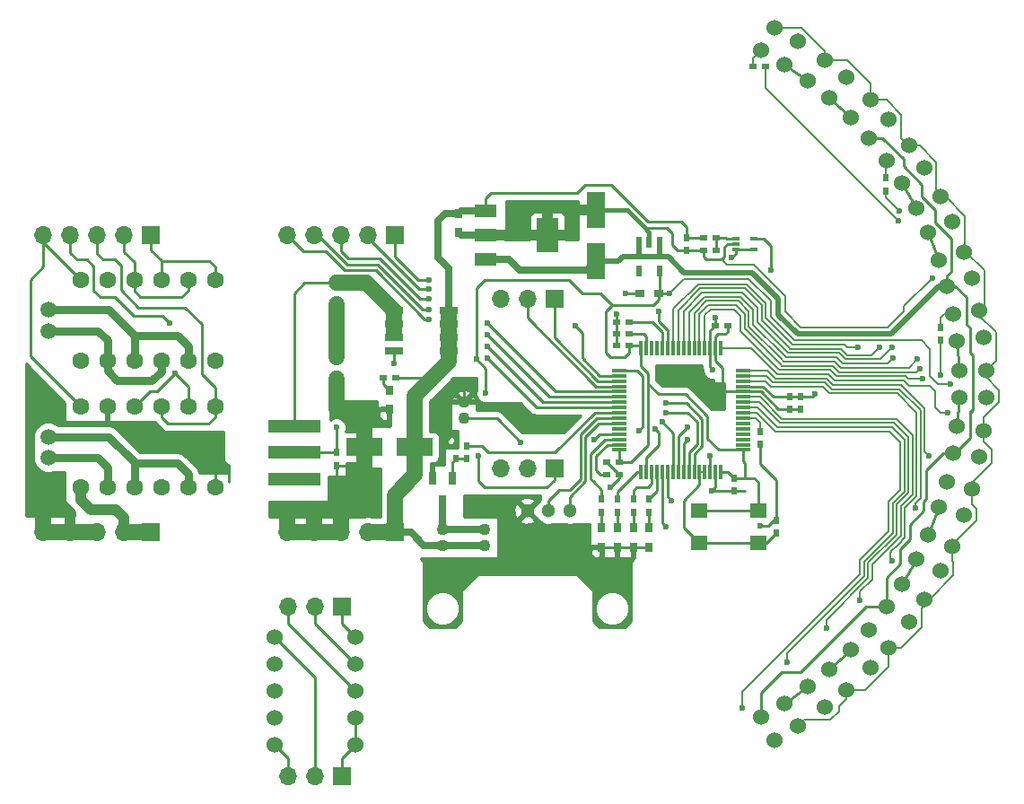
<source format=gtl>
G04 #@! TF.FileFunction,Copper,L1,Top,Signal*
%FSLAX46Y46*%
G04 Gerber Fmt 4.6, Leading zero omitted, Abs format (unit mm)*
G04 Created by KiCad (PCBNEW 4.0.1-stable) date 2018/06/25 22:31:08*
%MOMM*%
G01*
G04 APERTURE LIST*
%ADD10C,0.100000*%
%ADD11C,1.500000*%
%ADD12R,3.400000X1.700000*%
%ADD13R,1.780000X0.720000*%
%ADD14R,0.500000X0.700000*%
%ADD15R,0.700000X0.500000*%
%ADD16R,0.800000X0.900000*%
%ADD17R,1.700000X3.400000*%
%ADD18R,0.900000X0.800000*%
%ADD19R,0.500000X1.100000*%
%ADD20R,1.600000X1.400000*%
%ADD21R,5.000000X1.200000*%
%ADD22R,0.700000X0.300000*%
%ADD23R,1.400000X0.300000*%
%ADD24R,0.300000X1.400000*%
%ADD25R,2.150000X3.250000*%
%ADD26R,2.150000X1.300000*%
%ADD27C,1.524000*%
%ADD28R,0.800000X1.200000*%
%ADD29R,1.700000X1.700000*%
%ADD30O,1.700000X1.700000*%
%ADD31C,1.600000*%
%ADD32C,1.100000*%
%ADD33C,1.300000*%
%ADD34C,0.600000*%
%ADD35C,0.250000*%
%ADD36C,0.200000*%
%ADD37C,1.500000*%
%ADD38C,1.000000*%
%ADD39C,0.500000*%
%ADD40C,0.400000*%
%ADD41C,0.700000*%
%ADD42C,0.800000*%
%ADD43C,0.254000*%
G04 APERTURE END LIST*
D10*
D11*
X68000000Y-81500000D03*
X68000000Y-79500000D03*
D12*
X75400000Y-95000000D03*
X70600000Y-95000000D03*
D13*
X73400000Y-82095000D03*
X73400000Y-83365000D03*
X73400000Y-84635000D03*
X73400000Y-85905000D03*
X78600000Y-85905000D03*
X78600000Y-84635000D03*
X78600000Y-83365000D03*
X78600000Y-82095000D03*
D14*
X111800000Y-90200000D03*
X111800000Y-91400000D03*
X110800000Y-90200000D03*
X110800000Y-91400000D03*
X108000000Y-93500000D03*
X108000000Y-94700000D03*
D15*
X103700000Y-83500000D03*
X104900000Y-83500000D03*
D14*
X105500000Y-97900000D03*
X105500000Y-99100000D03*
X101000000Y-76400000D03*
X101000000Y-75200000D03*
D16*
X79500000Y-72950000D03*
X79500000Y-74750000D03*
D15*
X94400000Y-84300000D03*
X95600000Y-84300000D03*
D17*
X92500000Y-77400000D03*
X92500000Y-72600000D03*
D15*
X95600000Y-85400000D03*
X94400000Y-85400000D03*
X93500000Y-97600000D03*
X94700000Y-97600000D03*
X94700000Y-96400000D03*
X93500000Y-96400000D03*
D18*
X98400000Y-80500000D03*
X96600000Y-80500000D03*
D14*
X68000000Y-95500000D03*
X68000000Y-96700000D03*
D15*
X102600000Y-76400000D03*
X103800000Y-76400000D03*
D14*
X109500000Y-101900000D03*
X109500000Y-103100000D03*
D15*
X103800000Y-75200000D03*
X102600000Y-75200000D03*
X73600000Y-88400000D03*
X72400000Y-88400000D03*
X94400000Y-83200000D03*
X95600000Y-83200000D03*
D14*
X94500000Y-99900000D03*
X94500000Y-101100000D03*
X96000000Y-99900000D03*
X96000000Y-101100000D03*
X97500000Y-99900000D03*
X97500000Y-101100000D03*
X119800000Y-70800000D03*
X119800000Y-69600000D03*
X125000000Y-84900000D03*
X125000000Y-83700000D03*
D15*
X108500000Y-59100000D03*
X107300000Y-59100000D03*
D19*
X98450000Y-75650000D03*
X97500000Y-75650000D03*
X96550000Y-75650000D03*
X96550000Y-78350000D03*
X98450000Y-78350000D03*
D20*
X102200000Y-101000000D03*
X102200000Y-104000000D03*
X107800000Y-101000000D03*
X107800000Y-104000000D03*
D21*
X64000000Y-93000000D03*
X64000000Y-95500000D03*
X64000000Y-98000000D03*
D22*
X105650000Y-75300000D03*
X105650000Y-75800000D03*
X105650000Y-76300000D03*
X107350000Y-76300000D03*
X107350000Y-75300000D03*
D23*
X106350000Y-95250000D03*
X106350000Y-94750000D03*
X106350000Y-94250000D03*
X106350000Y-93750000D03*
X106350000Y-93250000D03*
X106350000Y-92750000D03*
X106350000Y-92250000D03*
X106350000Y-91750000D03*
X106350000Y-91250000D03*
X106350000Y-90750000D03*
X106350000Y-90250000D03*
X106350000Y-89750000D03*
X106350000Y-89250000D03*
X106350000Y-88750000D03*
X106350000Y-88250000D03*
X106350000Y-87750000D03*
D24*
X104250000Y-85650000D03*
X103750000Y-85650000D03*
X103250000Y-85650000D03*
X102750000Y-85650000D03*
X102250000Y-85650000D03*
X101750000Y-85650000D03*
X101250000Y-85650000D03*
X100750000Y-85650000D03*
X100250000Y-85650000D03*
X99750000Y-85650000D03*
X99250000Y-85650000D03*
X98750000Y-85650000D03*
X98250000Y-85650000D03*
X97750000Y-85650000D03*
X97250000Y-85650000D03*
X96750000Y-85650000D03*
D23*
X94650000Y-87750000D03*
X94650000Y-88250000D03*
X94650000Y-88750000D03*
X94650000Y-89250000D03*
X94650000Y-89750000D03*
X94650000Y-90250000D03*
X94650000Y-90750000D03*
X94650000Y-91250000D03*
X94650000Y-91750000D03*
X94650000Y-92250000D03*
X94650000Y-92750000D03*
X94650000Y-93250000D03*
X94650000Y-93750000D03*
X94650000Y-94250000D03*
X94650000Y-94750000D03*
X94650000Y-95250000D03*
D24*
X96750000Y-97350000D03*
X97250000Y-97350000D03*
X97750000Y-97350000D03*
X98250000Y-97350000D03*
X98750000Y-97350000D03*
X99250000Y-97350000D03*
X99750000Y-97350000D03*
X100250000Y-97350000D03*
X100750000Y-97350000D03*
X101250000Y-97350000D03*
X101750000Y-97350000D03*
X102250000Y-97350000D03*
X102750000Y-97350000D03*
X103250000Y-97350000D03*
X103750000Y-97350000D03*
X104250000Y-97350000D03*
D25*
X87900000Y-75000000D03*
D26*
X82100000Y-75000000D03*
X82100000Y-77300000D03*
X82100000Y-72700000D03*
D27*
X120073203Y-64081505D03*
X118357204Y-62208820D03*
X118200518Y-65797504D03*
X116484519Y-63924819D03*
X116070666Y-60057861D03*
X114096716Y-58459387D03*
X114472192Y-62031811D03*
X112498242Y-60433337D03*
X111517362Y-56670026D03*
X109328824Y-55380878D03*
X110228214Y-58858564D03*
X108039676Y-57569416D03*
X127968695Y-79025442D03*
X127226071Y-76596428D03*
X125539681Y-79768066D03*
X124797057Y-77339052D03*
X126088288Y-73670623D03*
X124994790Y-71378057D03*
X123795722Y-74764121D03*
X122702224Y-72471555D03*
X123437043Y-68652566D03*
X122016693Y-66546810D03*
X121331287Y-70072916D03*
X119910937Y-67967160D03*
X128661519Y-95912716D03*
X129036955Y-93400616D03*
X126149419Y-95537280D03*
X126524855Y-93025180D03*
X129269600Y-90270000D03*
X129269600Y-87730000D03*
X126729600Y-90270000D03*
X126729600Y-87730000D03*
X129036955Y-84599384D03*
X128661519Y-82087284D03*
X126524855Y-84974820D03*
X126149419Y-82462720D03*
X122016693Y-111453370D03*
X123437043Y-109347614D03*
X119910937Y-110033020D03*
X121331287Y-107927264D03*
X124994790Y-106621943D03*
X126088288Y-104329377D03*
X122702224Y-105528445D03*
X123795722Y-103235879D03*
X127226071Y-101403572D03*
X127968695Y-98974558D03*
X124797057Y-100660948D03*
X125539681Y-98231934D03*
X109328824Y-122619122D03*
X111517362Y-121329974D03*
X108039676Y-120430584D03*
X110228214Y-119141436D03*
X114096716Y-119540613D03*
X116070666Y-117942139D03*
X112498242Y-117566663D03*
X114472192Y-115968189D03*
X118357204Y-115791180D03*
X120073203Y-113918495D03*
X116484519Y-114075181D03*
X118200518Y-112202496D03*
D28*
X78950000Y-97900000D03*
X77050000Y-97900000D03*
X78000000Y-100100000D03*
D14*
X80300000Y-94900000D03*
X80300000Y-96100000D03*
X79300000Y-96100000D03*
X79300000Y-94900000D03*
D29*
X73500000Y-75000000D03*
D30*
X70960000Y-75000000D03*
X68420000Y-75000000D03*
X65880000Y-75000000D03*
X63340000Y-75000000D03*
D29*
X50500000Y-75000000D03*
D30*
X47960000Y-75000000D03*
X45420000Y-75000000D03*
X42880000Y-75000000D03*
X40340000Y-75000000D03*
D29*
X50500000Y-103000000D03*
D30*
X47960000Y-103000000D03*
X45420000Y-103000000D03*
X42880000Y-103000000D03*
X40340000Y-103000000D03*
D29*
X73500000Y-103000000D03*
D30*
X70960000Y-103000000D03*
X68420000Y-103000000D03*
X65880000Y-103000000D03*
X63340000Y-103000000D03*
D31*
X43850000Y-98810000D03*
X46390000Y-98810000D03*
X48930000Y-98810000D03*
X51470000Y-98810000D03*
X54010000Y-98810000D03*
X56550000Y-98810000D03*
X56550000Y-91190000D03*
X54010000Y-91190000D03*
X51470000Y-91190000D03*
X48930000Y-91190000D03*
X46390000Y-91190000D03*
X43850000Y-91190000D03*
X43850000Y-86810000D03*
X46390000Y-86810000D03*
X48930000Y-86810000D03*
X51470000Y-86810000D03*
X54010000Y-86810000D03*
X56550000Y-86810000D03*
X56550000Y-79190000D03*
X54010000Y-79190000D03*
X51470000Y-79190000D03*
X48930000Y-79190000D03*
X46390000Y-79190000D03*
X43850000Y-79190000D03*
D27*
X69810000Y-118000000D03*
X69810000Y-120540000D03*
X69810000Y-123080000D03*
X69810000Y-115460000D03*
X69810000Y-112920000D03*
X62190000Y-112920000D03*
X62190000Y-115460000D03*
X62190000Y-118000000D03*
X62190000Y-120540000D03*
X62190000Y-123080000D03*
D32*
X78000000Y-104250000D03*
X78000000Y-102750000D03*
X82000000Y-104250000D03*
X82000000Y-102750000D03*
D11*
X68000000Y-88500000D03*
X68000000Y-86500000D03*
D29*
X88539600Y-81000000D03*
D30*
X85999600Y-81000000D03*
X83459600Y-81000000D03*
D29*
X68540000Y-110000000D03*
D30*
X66000000Y-110000000D03*
X63460000Y-110000000D03*
D29*
X68540000Y-126000000D03*
D30*
X66000000Y-126000000D03*
X63460000Y-126000000D03*
D29*
X88539600Y-97000000D03*
D30*
X85999600Y-97000000D03*
X83459600Y-97000000D03*
D11*
X40800000Y-84000000D03*
X40800000Y-82000000D03*
X40800000Y-96000000D03*
X40800000Y-94000000D03*
D33*
X90000000Y-101000000D03*
X88000000Y-101000000D03*
X86000000Y-101000000D03*
D16*
X93000000Y-102600000D03*
X93000000Y-104400000D03*
X94500000Y-102600000D03*
X94500000Y-104400000D03*
X96000000Y-102600000D03*
X96000000Y-104400000D03*
X97500000Y-102600000D03*
X97500000Y-104400000D03*
D14*
X93000000Y-99900000D03*
X93000000Y-101100000D03*
D32*
X80000000Y-92250000D03*
X80000000Y-90750000D03*
D16*
X73000000Y-89600000D03*
X73000000Y-91400000D03*
D34*
X113100000Y-90000000D03*
X103500000Y-87700000D03*
X103700000Y-82800000D03*
X81400000Y-95800000D03*
X109000000Y-78300000D03*
X125900000Y-89000000D03*
X99400000Y-80500000D03*
X76700000Y-82900000D03*
X82100000Y-89900000D03*
X81200000Y-86700000D03*
X102600000Y-89300000D03*
X103900000Y-90800000D03*
X98800000Y-87800000D03*
X100300000Y-88700000D03*
X101900000Y-87800000D03*
X93800000Y-98800000D03*
X94400000Y-82400000D03*
X86100000Y-104000000D03*
X87800000Y-105900000D03*
X89000000Y-104000000D03*
X77000000Y-107900000D03*
X79200000Y-107900000D03*
X84200000Y-105900000D03*
X77000000Y-106200000D03*
X79900000Y-106300000D03*
X92800000Y-108000000D03*
X95000000Y-108000000D03*
X95000000Y-106200000D03*
X91400000Y-105900000D03*
X91400000Y-102800000D03*
X83200000Y-100400000D03*
X80500000Y-100000000D03*
X80500000Y-101000000D03*
X84200000Y-102200000D03*
X108000000Y-102400000D03*
X103400000Y-99100000D03*
X77850000Y-93150000D03*
X77850000Y-91950000D03*
X77850000Y-90750000D03*
X80000000Y-89000000D03*
X67800000Y-98200000D03*
X69700000Y-97200000D03*
X67400000Y-101000000D03*
X63340000Y-101000000D03*
X69700000Y-99500000D03*
X71500000Y-101000000D03*
X71500000Y-97600000D03*
X71400000Y-91100000D03*
X68000000Y-91200000D03*
X84500000Y-72200000D03*
X84500000Y-75000000D03*
X84500000Y-73600000D03*
X85700000Y-72200000D03*
X85700000Y-73600000D03*
X90200000Y-75000000D03*
X90200000Y-72300000D03*
X85700000Y-75000000D03*
X87900000Y-72300000D03*
X95300000Y-80500000D03*
X124200000Y-79000000D03*
X89900000Y-92500000D03*
X120400000Y-85600000D03*
X119200000Y-85600000D03*
X117200000Y-85600000D03*
X123000000Y-87600000D03*
X122800000Y-86700000D03*
X120500000Y-86600000D03*
X125700000Y-91700000D03*
X123300000Y-88500000D03*
X117400000Y-109400000D03*
X106300000Y-119600000D03*
X110500000Y-115300000D03*
X99100000Y-91700000D03*
X99100000Y-90800000D03*
X98100000Y-93300000D03*
X98700000Y-92600000D03*
X121000000Y-73600000D03*
X121100000Y-72700000D03*
X125000000Y-88200000D03*
X68000000Y-93100000D03*
X73400000Y-87100000D03*
X98400000Y-82200000D03*
X105300000Y-77100000D03*
X96500000Y-93400000D03*
X90500000Y-83500000D03*
X101100000Y-94300000D03*
X101100000Y-93100000D03*
X103250000Y-95800000D03*
X99600000Y-100000000D03*
X99100000Y-102500000D03*
X114200000Y-112100000D03*
X76700000Y-79200000D03*
X82200000Y-83300000D03*
X76700000Y-80100000D03*
X82200000Y-84400000D03*
X82200000Y-85500000D03*
X76700000Y-81000000D03*
X76700000Y-82000000D03*
X82200000Y-86600000D03*
X52750000Y-88000000D03*
X52300000Y-83300000D03*
X85400000Y-94500000D03*
X92300000Y-94300000D03*
X49800000Y-94800000D03*
X50600000Y-93300000D03*
X56600000Y-94200000D03*
X54700000Y-95000000D03*
X48300000Y-93300000D03*
X52100000Y-94800000D03*
X56550000Y-96250000D03*
X39300000Y-88600000D03*
X39300000Y-97900000D03*
X41800000Y-97900000D03*
X42000000Y-100900000D03*
X39300000Y-100900000D03*
X39700000Y-92000000D03*
X39700000Y-90400000D03*
X40500000Y-99400000D03*
X123900000Y-95800000D03*
X120400000Y-105700000D03*
X122600000Y-100700000D03*
D35*
X98400000Y-80500000D02*
X99400000Y-80500000D01*
X113100000Y-90000000D02*
X112900000Y-90200000D01*
X111800000Y-90200000D02*
X112900000Y-90200000D01*
X103250000Y-87450000D02*
X103250000Y-85650000D01*
X103500000Y-87700000D02*
X103250000Y-87450000D01*
X103700000Y-82800000D02*
X103700000Y-83500000D01*
X103250000Y-85650000D02*
X103250000Y-83950000D01*
X103250000Y-83950000D02*
X103700000Y-83500000D01*
X106350000Y-95250000D02*
X104050000Y-95250000D01*
X98400000Y-90000000D02*
X97400000Y-89000000D01*
X100900000Y-90000000D02*
X98400000Y-90000000D01*
X103000000Y-92100000D02*
X100900000Y-90000000D01*
X103000000Y-94200000D02*
X103000000Y-92100000D01*
X104050000Y-95250000D02*
X103000000Y-94200000D01*
X97400000Y-89400000D02*
X97400000Y-94800000D01*
X95800000Y-96400000D02*
X94700000Y-96400000D01*
X97400000Y-94800000D02*
X95800000Y-96400000D01*
X97400000Y-89400000D02*
X97400000Y-89000000D01*
X97400000Y-89000000D02*
X97400000Y-88000000D01*
X96750000Y-87350000D02*
X96750000Y-85650000D01*
X97400000Y-88000000D02*
X96750000Y-87350000D01*
X94700000Y-96400000D02*
X94700000Y-95300000D01*
X94700000Y-95300000D02*
X94650000Y-95250000D01*
X95600000Y-85400000D02*
X96500000Y-85400000D01*
X96500000Y-85400000D02*
X96750000Y-85650000D01*
X93400000Y-85800000D02*
X93400000Y-86100000D01*
X94000000Y-81600000D02*
X93400000Y-82200000D01*
X93400000Y-82200000D02*
X93400000Y-85800000D01*
X95600000Y-86100000D02*
X95600000Y-85400000D01*
X95200000Y-86500000D02*
X95600000Y-86100000D01*
X93800000Y-86500000D02*
X95200000Y-86500000D01*
X93400000Y-86100000D02*
X93800000Y-86500000D01*
X88539600Y-98060400D02*
X88539600Y-97000000D01*
X87800000Y-98800000D02*
X88539600Y-98060400D01*
X82000000Y-98800000D02*
X87800000Y-98800000D01*
X81400000Y-98200000D02*
X82000000Y-98800000D01*
X81400000Y-97900000D02*
X81400000Y-98200000D01*
X81400000Y-95800000D02*
X81400000Y-97900000D01*
X81200000Y-86700000D02*
X81200000Y-80000000D01*
X82000000Y-79200000D02*
X89900000Y-79200000D01*
X89900000Y-79200000D02*
X91200000Y-80500000D01*
X91200000Y-80500000D02*
X92900000Y-80500000D01*
X92900000Y-80500000D02*
X94000000Y-81600000D01*
X81200000Y-80000000D02*
X82000000Y-79200000D01*
X108300000Y-75300000D02*
X107350000Y-75300000D01*
X109000000Y-76000000D02*
X108300000Y-75300000D01*
X109000000Y-78300000D02*
X109000000Y-76000000D01*
X110800000Y-90200000D02*
X111800000Y-90200000D01*
X106350000Y-89250000D02*
X108250000Y-89250000D01*
X109200000Y-90200000D02*
X110800000Y-90200000D01*
X108250000Y-89250000D02*
X109200000Y-90200000D01*
D36*
X124000000Y-85700000D02*
X124000000Y-88300000D01*
X116300000Y-84900000D02*
X123200000Y-84900000D01*
X123200000Y-84900000D02*
X124000000Y-85700000D01*
X99400000Y-80500000D02*
X100700000Y-79200000D01*
X111200000Y-84900000D02*
X116300000Y-84900000D01*
X109000000Y-82700000D02*
X111200000Y-84900000D01*
X109000000Y-81200000D02*
X109000000Y-82700000D01*
X106900000Y-79100000D02*
X109000000Y-81200000D01*
X100800000Y-79100000D02*
X106900000Y-79100000D01*
X100700000Y-79200000D02*
X100800000Y-79100000D01*
X124700000Y-89000000D02*
X125900000Y-89000000D01*
X124000000Y-88300000D02*
X124700000Y-89000000D01*
D35*
X98450000Y-78350000D02*
X98450000Y-80450000D01*
X98450000Y-80450000D02*
X98400000Y-80500000D01*
X98400000Y-80500000D02*
X98400000Y-81100000D01*
X97900000Y-81600000D02*
X94000000Y-81600000D01*
X98400000Y-81100000D02*
X97900000Y-81600000D01*
X63340000Y-75000000D02*
X64840000Y-76500000D01*
X67000000Y-76500000D02*
X64840000Y-76500000D01*
X68800000Y-78300000D02*
X67000000Y-76500000D01*
X71700000Y-78300000D02*
X68800000Y-78300000D01*
X76300000Y-82900000D02*
X71700000Y-78300000D01*
X76700000Y-82900000D02*
X76300000Y-82900000D01*
X82100000Y-87600000D02*
X82100000Y-89900000D01*
X81200000Y-86700000D02*
X82100000Y-87600000D01*
X106350000Y-95250000D02*
X106350000Y-96350000D01*
X106350000Y-96350000D02*
X106500000Y-96500000D01*
X106500000Y-96500000D02*
X106500000Y-97900000D01*
X104250000Y-97350000D02*
X104950000Y-97350000D01*
X104950000Y-97350000D02*
X105500000Y-97900000D01*
X106500000Y-97900000D02*
X107400000Y-97900000D01*
X107400000Y-97900000D02*
X107800000Y-98300000D01*
X107800000Y-98300000D02*
X107800000Y-101000000D01*
X105500000Y-97900000D02*
X106500000Y-97900000D01*
X102200000Y-101000000D02*
X104500000Y-101000000D01*
X104500000Y-101000000D02*
X107800000Y-101000000D01*
D36*
X116070666Y-117942139D02*
X116070666Y-118729334D01*
X112147336Y-120700000D02*
X111517362Y-121329974D01*
X114600000Y-120700000D02*
X112147336Y-120700000D01*
X115400000Y-119900000D02*
X114600000Y-120700000D01*
X115400000Y-119800000D02*
X115400000Y-119900000D01*
X115400000Y-119400000D02*
X115400000Y-119800000D01*
X116070666Y-118729334D02*
X115400000Y-119400000D01*
X120073203Y-113918495D02*
X120073203Y-115726797D01*
X117857861Y-117942139D02*
X116070666Y-117942139D01*
X120073203Y-115726797D02*
X117857861Y-117942139D01*
X123437043Y-109347614D02*
X123437043Y-109962957D01*
X123437043Y-109962957D02*
X123200000Y-110200000D01*
X121281505Y-113918495D02*
X120073203Y-113918495D01*
X123200000Y-112000000D02*
X121281505Y-113918495D01*
X123200000Y-110200000D02*
X123200000Y-112000000D01*
X126088288Y-104329377D02*
X126088288Y-105688288D01*
X126200000Y-107100000D02*
X123952386Y-109347614D01*
X126200000Y-105800000D02*
X126200000Y-107100000D01*
X126088288Y-105688288D02*
X126200000Y-105800000D01*
X123952386Y-109347614D02*
X123437043Y-109347614D01*
X127968695Y-98974558D02*
X127968695Y-100368695D01*
X128400000Y-101900000D02*
X126088288Y-104211712D01*
X128400000Y-100800000D02*
X128400000Y-101900000D01*
X127968695Y-100368695D02*
X128400000Y-100800000D01*
X126088288Y-104211712D02*
X126088288Y-104329377D01*
X129036955Y-93400616D02*
X129036955Y-94436955D01*
X129800000Y-96500000D02*
X127968695Y-98331305D01*
X129800000Y-95200000D02*
X129800000Y-96500000D01*
X129036955Y-94436955D02*
X129800000Y-95200000D01*
X127968695Y-98331305D02*
X127968695Y-98974558D01*
X129269600Y-87730000D02*
X129269600Y-88369600D01*
X129269600Y-88369600D02*
X130500000Y-89600000D01*
X129036955Y-92163045D02*
X129036955Y-93400616D01*
X130500000Y-90700000D02*
X129036955Y-92163045D01*
X130500000Y-89600000D02*
X130500000Y-90700000D01*
X128661519Y-82087284D02*
X128661519Y-82561519D01*
X128661519Y-82561519D02*
X130200000Y-84100000D01*
X130200000Y-86799600D02*
X129269600Y-87730000D01*
X130200000Y-84100000D02*
X130200000Y-86799600D01*
X127226071Y-76596428D02*
X127396428Y-76596428D01*
X127396428Y-76596428D02*
X129100000Y-78300000D01*
X129100000Y-78300000D02*
X129100000Y-81648803D01*
X129100000Y-81648803D02*
X128661519Y-82087284D01*
X124994790Y-71378057D02*
X125478057Y-71378057D01*
X125478057Y-71378057D02*
X127300000Y-73200000D01*
X127300000Y-73200000D02*
X127300000Y-76522499D01*
X127300000Y-76522499D02*
X127226071Y-76596428D01*
X122016693Y-66546810D02*
X123046810Y-66546810D01*
X124600000Y-68100000D02*
X124600000Y-70983267D01*
X123046810Y-66546810D02*
X124600000Y-68100000D01*
X124600000Y-70983267D02*
X124994790Y-71378057D01*
X118357204Y-62208820D02*
X119908820Y-62208820D01*
X121300000Y-65830117D02*
X122016693Y-66546810D01*
X121300000Y-63600000D02*
X121300000Y-65830117D01*
X119908820Y-62208820D02*
X121300000Y-63600000D01*
X114096716Y-58459387D02*
X116159387Y-58459387D01*
X118357204Y-60657204D02*
X118357204Y-62208820D01*
X116159387Y-58459387D02*
X118357204Y-60657204D01*
X109328824Y-55380878D02*
X111880878Y-55380878D01*
X114096716Y-57596716D02*
X114096716Y-58459387D01*
X111880878Y-55380878D02*
X114096716Y-57596716D01*
X104300000Y-97400000D02*
X104250000Y-97350000D01*
D35*
X102600000Y-89300000D02*
X102600000Y-89100000D01*
X103900000Y-90600000D02*
X102600000Y-89300000D01*
X106350000Y-89750000D02*
X104150000Y-89750000D01*
X103900000Y-90000000D02*
X103900000Y-90800000D01*
X104150000Y-89750000D02*
X103900000Y-90000000D01*
X103900000Y-90800000D02*
X103900000Y-90600000D01*
X99000000Y-87800000D02*
X98800000Y-87800000D01*
X100300000Y-88700000D02*
X99000000Y-87800000D01*
X101900000Y-88400000D02*
X101900000Y-87800000D01*
X102600000Y-89100000D02*
X101900000Y-88400000D01*
X103750000Y-85650000D02*
X103750000Y-86850000D01*
X104400000Y-87500000D02*
X104400000Y-89100000D01*
X103750000Y-86850000D02*
X104400000Y-87500000D01*
X106350000Y-89750000D02*
X104050000Y-89750000D01*
X104050000Y-89750000D02*
X104000000Y-89700000D01*
X103750000Y-85650000D02*
X103750000Y-84550000D01*
X104900000Y-84100000D02*
X104900000Y-83500000D01*
X104700000Y-84300000D02*
X104900000Y-84100000D01*
X104000000Y-84300000D02*
X104700000Y-84300000D01*
X103750000Y-84550000D02*
X104000000Y-84300000D01*
X94700000Y-97600000D02*
X94700000Y-97900000D01*
X94700000Y-97900000D02*
X93800000Y-98800000D01*
X93500000Y-96400000D02*
X94700000Y-97600000D01*
X94400000Y-83200000D02*
X94400000Y-82400000D01*
X94400000Y-84300000D02*
X94400000Y-83200000D01*
X94400000Y-85400000D02*
X94400000Y-84300000D01*
X86100000Y-104000000D02*
X89000000Y-104000000D01*
X77000000Y-106200000D02*
X77000000Y-107900000D01*
X86000000Y-101000000D02*
X86000000Y-101100000D01*
X86000000Y-101100000D02*
X87700000Y-102800000D01*
X95000000Y-108000000D02*
X92800000Y-108000000D01*
X91700000Y-106200000D02*
X95000000Y-106200000D01*
X91400000Y-105900000D02*
X91700000Y-106200000D01*
X87700000Y-102800000D02*
X91400000Y-102800000D01*
X82000000Y-101000000D02*
X83200000Y-100400000D01*
X80500000Y-101000000D02*
X82000000Y-101000000D01*
X109500000Y-101900000D02*
X109200000Y-101900000D01*
X108700000Y-102400000D02*
X109200000Y-101900000D01*
X108600000Y-102400000D02*
X108700000Y-102400000D01*
X108600000Y-102400000D02*
X108000000Y-102400000D01*
X105500000Y-99100000D02*
X103400000Y-99100000D01*
X103750000Y-98750000D02*
X103400000Y-99100000D01*
X103750000Y-98750000D02*
X103750000Y-97350000D01*
X77850000Y-91950000D02*
X77850000Y-90750000D01*
X77850000Y-90750000D02*
X80000000Y-90750000D01*
X80000000Y-90750000D02*
X80000000Y-89000000D01*
D37*
X70600000Y-95000000D02*
X70600000Y-98100000D01*
X70600000Y-98100000D02*
X70550000Y-98150000D01*
X68420000Y-103000000D02*
X68420000Y-100430000D01*
X68420000Y-100430000D02*
X68450000Y-100400000D01*
D35*
X68000000Y-96700000D02*
X68000000Y-98000000D01*
X70600000Y-101000000D02*
X67800000Y-98200000D01*
X70600000Y-101000000D02*
X71500000Y-101000000D01*
X68000000Y-98000000D02*
X67800000Y-98200000D01*
X68000000Y-96700000D02*
X69200000Y-96700000D01*
X69200000Y-96700000D02*
X69700000Y-97200000D01*
D37*
X65880000Y-103000000D02*
X65880000Y-101080000D01*
D35*
X63340000Y-101000000D02*
X63340000Y-101110000D01*
X70600000Y-97400000D02*
X70700000Y-97500000D01*
X71500000Y-101000000D02*
X71500000Y-97600000D01*
X70700000Y-97500000D02*
X71500000Y-97600000D01*
X70600000Y-95000000D02*
X70600000Y-97400000D01*
X68000000Y-91200000D02*
X71300000Y-91200000D01*
X71300000Y-91200000D02*
X71400000Y-91100000D01*
X68000000Y-88500000D02*
X68000000Y-91200000D01*
X84500000Y-73600000D02*
X84500000Y-72200000D01*
X84500000Y-75000000D02*
X82100000Y-75000000D01*
X84500000Y-72200000D02*
X84500000Y-75000000D01*
X85700000Y-72200000D02*
X85700000Y-73600000D01*
D38*
X90300000Y-75000000D02*
X87900000Y-75000000D01*
D35*
X90200000Y-75000000D02*
X90300000Y-75000000D01*
D38*
X90400000Y-72600000D02*
X92500000Y-72600000D01*
D35*
X90400000Y-72500000D02*
X90400000Y-72600000D01*
X90200000Y-72300000D02*
X90400000Y-72500000D01*
X85700000Y-75000000D02*
X87900000Y-75000000D01*
D38*
X87900000Y-75000000D02*
X87900000Y-72200000D01*
D35*
X87900000Y-72300000D02*
X87900000Y-72200000D01*
D37*
X63340000Y-103000000D02*
X65880000Y-103000000D01*
D39*
X80000000Y-90750000D02*
X81300000Y-90750000D01*
X80000000Y-90750000D02*
X78500000Y-90750000D01*
D35*
X101000000Y-76400000D02*
X100200000Y-76400000D01*
X99200000Y-74300000D02*
X97100000Y-74300000D01*
X99700000Y-74800000D02*
X99200000Y-74300000D01*
X99700000Y-74900000D02*
X99700000Y-74800000D01*
X99700000Y-75900000D02*
X99700000Y-74900000D01*
X100200000Y-76400000D02*
X99700000Y-75900000D01*
D40*
X97500000Y-75650000D02*
X97500000Y-74700000D01*
X97500000Y-74700000D02*
X97100000Y-74300000D01*
X95400000Y-72600000D02*
X92500000Y-72600000D01*
X97100000Y-74300000D02*
X95400000Y-72600000D01*
D38*
X87900000Y-75000000D02*
X84900000Y-75000000D01*
X84900000Y-75000000D02*
X82100000Y-75000000D01*
D35*
X96600000Y-80500000D02*
X95300000Y-80500000D01*
X109500000Y-101900000D02*
X109500000Y-98100000D01*
X109500000Y-98100000D02*
X108000000Y-96600000D01*
X108000000Y-96600000D02*
X108000000Y-94700000D01*
D37*
X70600000Y-95000000D02*
X70600000Y-92100000D01*
X68000000Y-88500000D02*
X68000000Y-91400000D01*
X65880000Y-101080000D02*
X65850000Y-101050000D01*
X63340000Y-103000000D02*
X63340000Y-101110000D01*
X63340000Y-101110000D02*
X63450000Y-101000000D01*
D36*
X110300000Y-80700000D02*
X107400000Y-77800000D01*
X110300000Y-80700000D02*
X110300000Y-82200000D01*
X124200000Y-79000000D02*
X121500000Y-81700000D01*
X121500000Y-81700000D02*
X121500000Y-82200000D01*
X121500000Y-82200000D02*
X120000000Y-83700000D01*
X120000000Y-83700000D02*
X111800000Y-83700000D01*
X111800000Y-83700000D02*
X110300000Y-82200000D01*
X104800000Y-77800000D02*
X104300000Y-77300000D01*
X107400000Y-77800000D02*
X104800000Y-77800000D01*
D35*
X110800000Y-91400000D02*
X109700000Y-91400000D01*
X108050000Y-89750000D02*
X106350000Y-89750000D01*
X109700000Y-91400000D02*
X108050000Y-89750000D01*
X110800000Y-91400000D02*
X111800000Y-91400000D01*
X102600000Y-76400000D02*
X102600000Y-77000000D01*
X102900000Y-77300000D02*
X104300000Y-77300000D01*
X102600000Y-77000000D02*
X102900000Y-77300000D01*
X104900000Y-75800000D02*
X105650000Y-75800000D01*
X104600000Y-76100000D02*
X104900000Y-75800000D01*
X104600000Y-77000000D02*
X104600000Y-76100000D01*
X104300000Y-77300000D02*
X104600000Y-77000000D01*
X101000000Y-76400000D02*
X102600000Y-76400000D01*
D41*
X82100000Y-75000000D02*
X79750000Y-75000000D01*
X79750000Y-75000000D02*
X79500000Y-74750000D01*
D35*
X96000000Y-104400000D02*
X97500000Y-104400000D01*
X94500000Y-104400000D02*
X96000000Y-104400000D01*
X93000000Y-104400000D02*
X94500000Y-104400000D01*
D37*
X65880000Y-103000000D02*
X68420000Y-103000000D01*
D35*
X106500000Y-99100000D02*
X105500000Y-99100000D01*
D36*
X106350000Y-92250000D02*
X107550000Y-92250000D01*
X108000000Y-92700000D02*
X108000000Y-93500000D01*
X107550000Y-92250000D02*
X108000000Y-92700000D01*
D35*
X101000000Y-75200000D02*
X101000000Y-74200000D01*
X82100000Y-71500000D02*
X82100000Y-72700000D01*
X82600000Y-71000000D02*
X82100000Y-71500000D01*
X90700000Y-71000000D02*
X82600000Y-71000000D01*
X91500000Y-70200000D02*
X90700000Y-71000000D01*
X91600000Y-70200000D02*
X91500000Y-70200000D01*
X93900000Y-70200000D02*
X91600000Y-70200000D01*
X97400000Y-73700000D02*
X93900000Y-70200000D01*
X100500000Y-73700000D02*
X97400000Y-73700000D01*
X101000000Y-74200000D02*
X100500000Y-73700000D01*
X101000000Y-75200000D02*
X102600000Y-75200000D01*
D41*
X78600000Y-82095000D02*
X78600000Y-78100000D01*
X78250000Y-72950000D02*
X79500000Y-72950000D01*
X77600000Y-73600000D02*
X78250000Y-72950000D01*
X77600000Y-77100000D02*
X77600000Y-73600000D01*
X78600000Y-78100000D02*
X77600000Y-77100000D01*
X82100000Y-72700000D02*
X79750000Y-72700000D01*
X79750000Y-72700000D02*
X79500000Y-72950000D01*
D37*
X78600000Y-82500000D02*
X78600000Y-83365000D01*
D35*
X78600000Y-82095000D02*
X78600000Y-82500000D01*
X73600000Y-88400000D02*
X77100000Y-88400000D01*
X76900000Y-88400000D02*
X76900000Y-88600000D01*
X77100000Y-88400000D02*
X76900000Y-88400000D01*
D41*
X78000000Y-104250000D02*
X76250000Y-104250000D01*
X75000000Y-103000000D02*
X73500000Y-103000000D01*
X76250000Y-104250000D02*
X75000000Y-103000000D01*
X78000000Y-104250000D02*
X82000000Y-104250000D01*
D37*
X73500000Y-103000000D02*
X70960000Y-103000000D01*
X75400000Y-95000000D02*
X75400000Y-97600000D01*
X75400000Y-97600000D02*
X73500000Y-99500000D01*
X73500000Y-99500000D02*
X73500000Y-103000000D01*
X75400000Y-90100000D02*
X75400000Y-95000000D01*
X78600000Y-84635000D02*
X78600000Y-83365000D01*
X78600000Y-85905000D02*
X78600000Y-86500000D01*
X78600000Y-86500000D02*
X78600000Y-84635000D01*
X78600000Y-85905000D02*
X78600000Y-86900000D01*
X78600000Y-86900000D02*
X76900000Y-88600000D01*
X76900000Y-88600000D02*
X75400000Y-90100000D01*
D35*
X95600000Y-84300000D02*
X97000000Y-84300000D01*
X97250000Y-84550000D02*
X97250000Y-85650000D01*
X97000000Y-84300000D02*
X97250000Y-84550000D01*
D39*
X100800000Y-78500000D02*
X107200000Y-78500000D01*
X99300000Y-77000000D02*
X100800000Y-78500000D01*
X109700000Y-82500000D02*
X111500000Y-84300000D01*
X111500000Y-84300000D02*
X120300000Y-84300000D01*
X124831934Y-79768066D02*
X120300000Y-84300000D01*
X99300000Y-77000000D02*
X98450000Y-77000000D01*
X109700000Y-81000000D02*
X109700000Y-82500000D01*
X107200000Y-78500000D02*
X109700000Y-81000000D01*
X124831934Y-79768066D02*
X125539681Y-79768066D01*
X98450000Y-75650000D02*
X98450000Y-77000000D01*
X98450000Y-77000000D02*
X98500000Y-77000000D01*
X96500000Y-77000000D02*
X98500000Y-77000000D01*
X96550000Y-75650000D02*
X96550000Y-77000000D01*
X96550000Y-77000000D02*
X96500000Y-77000000D01*
X92500000Y-77400000D02*
X94600000Y-77400000D01*
X95000000Y-77000000D02*
X96500000Y-77000000D01*
X94600000Y-77400000D02*
X95000000Y-77000000D01*
D41*
X82100000Y-77300000D02*
X84300000Y-77300000D01*
X91600000Y-78300000D02*
X92500000Y-77400000D01*
X85300000Y-78300000D02*
X91600000Y-78300000D01*
X84300000Y-77300000D02*
X85300000Y-78300000D01*
D35*
X119910937Y-110033020D02*
X117966980Y-110033020D01*
X108039676Y-118160324D02*
X108039676Y-120430584D01*
X110000000Y-116200000D02*
X108039676Y-118160324D01*
X111800000Y-116200000D02*
X110000000Y-116200000D01*
X117966980Y-110033020D02*
X111800000Y-116200000D01*
X126149419Y-95537280D02*
X125262720Y-95537280D01*
X119910937Y-107289063D02*
X119910937Y-110033020D01*
X121200000Y-106000000D02*
X119910937Y-107289063D01*
X121200000Y-104600000D02*
X121200000Y-106000000D01*
X122100000Y-103700000D02*
X121200000Y-104600000D01*
X122100000Y-102300000D02*
X122100000Y-103700000D01*
X123400000Y-101000000D02*
X122100000Y-102300000D01*
X123400000Y-100100000D02*
X123400000Y-101000000D01*
X123600000Y-99900000D02*
X123400000Y-100100000D01*
X123600000Y-97200000D02*
X123600000Y-99900000D01*
X125262720Y-95537280D02*
X123600000Y-97200000D01*
X128000000Y-86300000D02*
X128000000Y-91400000D01*
X128000000Y-91400000D02*
X127800000Y-91600000D01*
X127800000Y-91600000D02*
X127800000Y-94100000D01*
X127800000Y-94100000D02*
X126362720Y-95537280D01*
X125539681Y-79768066D02*
X126368066Y-79768066D01*
X127800000Y-86100000D02*
X128000000Y-86300000D01*
X127800000Y-83800000D02*
X127800000Y-86100000D01*
X127400000Y-83400000D02*
X127800000Y-83800000D01*
X127400000Y-80800000D02*
X127400000Y-83400000D01*
X126368066Y-79768066D02*
X127400000Y-80800000D01*
X126362720Y-95537280D02*
X126149419Y-95537280D01*
X128000000Y-91500000D02*
X127800000Y-91700000D01*
X125539681Y-79768066D02*
X125539681Y-78860319D01*
X119497504Y-65797504D02*
X118200518Y-65797504D01*
X121500000Y-67800000D02*
X119497504Y-65797504D01*
X121500000Y-68500000D02*
X121500000Y-67800000D01*
X123200000Y-70200000D02*
X121500000Y-68500000D01*
X123200000Y-71300000D02*
X123200000Y-70200000D01*
X124500000Y-72600000D02*
X123200000Y-71300000D01*
X124500000Y-73800000D02*
X124500000Y-72600000D01*
X126000000Y-75300000D02*
X124500000Y-73800000D01*
X126000000Y-78400000D02*
X126000000Y-75300000D01*
X125539681Y-78860319D02*
X126000000Y-78400000D01*
X72400000Y-88400000D02*
X72400000Y-89000000D01*
X72400000Y-89000000D02*
X73000000Y-89600000D01*
X94500000Y-102600000D02*
X94500000Y-101100000D01*
X96000000Y-101100000D02*
X96000000Y-102600000D01*
X97500000Y-101100000D02*
X97500000Y-102600000D01*
D37*
X68000000Y-81500000D02*
X68000000Y-86500000D01*
X73400000Y-84200000D02*
X73400000Y-83365000D01*
D35*
X73400000Y-84200000D02*
X73400000Y-84635000D01*
D37*
X73400000Y-82095000D02*
X73400000Y-83365000D01*
D35*
X64000000Y-80500000D02*
X64000000Y-93000000D01*
X65000000Y-79500000D02*
X64000000Y-80500000D01*
D37*
X68000000Y-79500000D02*
X70805000Y-79500000D01*
D35*
X68000000Y-79500000D02*
X65000000Y-79500000D01*
D37*
X70805000Y-79500000D02*
X73400000Y-82095000D01*
D36*
X107700000Y-81800000D02*
X106300000Y-80400000D01*
X106300000Y-80400000D02*
X102500000Y-80400000D01*
X102500000Y-80400000D02*
X100750000Y-82150000D01*
X100750000Y-85650000D02*
X100750000Y-82150000D01*
X110480002Y-85980002D02*
X107700000Y-83200000D01*
X107700000Y-83200000D02*
X107700000Y-81800000D01*
X110600000Y-86100000D02*
X110480002Y-85980002D01*
X115400000Y-86100000D02*
X110600000Y-86100000D01*
X116000000Y-86700000D02*
X115400000Y-86100000D01*
X119300000Y-86700000D02*
X116000000Y-86700000D01*
X120400000Y-85600000D02*
X119300000Y-86700000D01*
X108100000Y-81600000D02*
X106500000Y-80000000D01*
X106500000Y-80000000D02*
X102300000Y-80000000D01*
X102300000Y-80000000D02*
X100250000Y-82050000D01*
X100250000Y-82050000D02*
X100250000Y-85650000D01*
X110700000Y-85600000D02*
X108100000Y-83000000D01*
X108100000Y-83000000D02*
X108100000Y-81600000D01*
X110800000Y-85700000D02*
X110700000Y-85600000D01*
X115600000Y-85700000D02*
X110800000Y-85700000D01*
X116200000Y-86300000D02*
X115600000Y-85700000D01*
X118500000Y-86300000D02*
X116200000Y-86300000D01*
X119200000Y-85600000D02*
X118500000Y-86300000D01*
X108500000Y-82800000D02*
X108500000Y-81400000D01*
X110900000Y-85200000D02*
X108500000Y-82800000D01*
X99750000Y-81950000D02*
X99750000Y-85650000D01*
X102100000Y-79600000D02*
X99750000Y-81950000D01*
X106700000Y-79600000D02*
X102100000Y-79600000D01*
X108500000Y-81400000D02*
X106700000Y-79600000D01*
X111000000Y-85300000D02*
X110900000Y-85200000D01*
X115900000Y-85300000D02*
X111000000Y-85300000D01*
X116200000Y-85600000D02*
X115900000Y-85300000D01*
X117200000Y-85600000D02*
X116200000Y-85600000D01*
X123000000Y-87600000D02*
X122700000Y-87900000D01*
X103100000Y-81600000D02*
X102250000Y-82450000D01*
X102250000Y-85650000D02*
X102250000Y-82450000D01*
X106500000Y-82400000D02*
X105700000Y-81600000D01*
X106500000Y-83800000D02*
X106500000Y-82400000D01*
X109900000Y-87200000D02*
X106500000Y-83800000D01*
X105700000Y-81600000D02*
X103100000Y-81600000D01*
X110000000Y-87300000D02*
X109900000Y-87200000D01*
X114800000Y-87300000D02*
X110000000Y-87300000D01*
X115400000Y-87900000D02*
X114800000Y-87300000D01*
X122700000Y-87900000D02*
X115400000Y-87900000D01*
X122800000Y-86700000D02*
X122000000Y-87500000D01*
X102900000Y-81200000D02*
X101750000Y-82350000D01*
X101750000Y-85650000D02*
X101750000Y-82350000D01*
X110080002Y-86780002D02*
X106900000Y-83600000D01*
X106900000Y-83600000D02*
X106900000Y-82200000D01*
X106900000Y-82200000D02*
X105900000Y-81200000D01*
X105900000Y-81200000D02*
X102900000Y-81200000D01*
X110200000Y-86900000D02*
X110080002Y-86780002D01*
X115000000Y-86900000D02*
X110200000Y-86900000D01*
X115600000Y-87500000D02*
X115000000Y-86900000D01*
X122000000Y-87500000D02*
X115600000Y-87500000D01*
X107319998Y-82019998D02*
X106100000Y-80800000D01*
X106100000Y-80800000D02*
X102700000Y-80800000D01*
X102700000Y-80800000D02*
X101250000Y-82250000D01*
X101250000Y-85650000D02*
X101250000Y-82250000D01*
X110300000Y-86400000D02*
X107319998Y-83419998D01*
X107319998Y-83419998D02*
X107319998Y-82019998D01*
X110400000Y-86500000D02*
X110300000Y-86400000D01*
X115200000Y-86500000D02*
X110400000Y-86500000D01*
X115800000Y-87100000D02*
X115200000Y-86500000D01*
X120000000Y-87100000D02*
X115800000Y-87100000D01*
X120500000Y-86600000D02*
X120000000Y-87100000D01*
X125000000Y-91700000D02*
X124500000Y-91200000D01*
X107150000Y-85650000D02*
X109500000Y-88000000D01*
X104250000Y-85650000D02*
X107150000Y-85650000D01*
X125700000Y-91700000D02*
X125000000Y-91700000D01*
X109600000Y-88100000D02*
X109500000Y-88000000D01*
X114400000Y-88100000D02*
X109600000Y-88100000D01*
X115000000Y-88700000D02*
X114400000Y-88100000D01*
X121500000Y-88700000D02*
X115000000Y-88700000D01*
X122000000Y-89200000D02*
X121500000Y-88700000D01*
X124000000Y-89200000D02*
X122000000Y-89200000D01*
X124500000Y-89700000D02*
X124000000Y-89200000D01*
X124500000Y-91200000D02*
X124500000Y-89700000D01*
X103300000Y-82000000D02*
X102750000Y-82550000D01*
X102750000Y-85650000D02*
X102750000Y-82550000D01*
X106100000Y-82600000D02*
X105500000Y-82000000D01*
X106100000Y-84000000D02*
X106100000Y-82600000D01*
X109700000Y-87600000D02*
X106100000Y-84000000D01*
X105500000Y-82000000D02*
X103300000Y-82000000D01*
X109800000Y-87700000D02*
X109700000Y-87600000D01*
X114600000Y-87700000D02*
X109800000Y-87700000D01*
X115200000Y-88300000D02*
X114600000Y-87700000D01*
X121700000Y-88300000D02*
X115200000Y-88300000D01*
X121900000Y-88500000D02*
X121700000Y-88300000D01*
X123300000Y-88500000D02*
X121900000Y-88500000D01*
X122340006Y-95127794D02*
X122340006Y-93840006D01*
X118540006Y-107472206D02*
X117400000Y-108612212D01*
X117400000Y-108612212D02*
X117400000Y-109400000D01*
X118540006Y-106072206D02*
X118540006Y-107072206D01*
X121240006Y-103372206D02*
X118540006Y-106072206D01*
X121240006Y-100572206D02*
X121240006Y-103372206D01*
X122340006Y-99472206D02*
X121240006Y-100572206D01*
X122340006Y-95127794D02*
X122340006Y-99472206D01*
X118540006Y-107072206D02*
X118540006Y-107472206D01*
X107950000Y-90250000D02*
X106350000Y-90250000D01*
X110000000Y-92300000D02*
X107950000Y-90250000D01*
X120800000Y-92300000D02*
X110000000Y-92300000D01*
X122340006Y-93840006D02*
X120800000Y-92300000D01*
X121200000Y-95600000D02*
X121200000Y-94500000D01*
X117400000Y-107000000D02*
X106300000Y-118100000D01*
X106300000Y-118100000D02*
X106300000Y-119600000D01*
X121200000Y-95600000D02*
X121200000Y-99000000D01*
X121200000Y-99000000D02*
X120100000Y-100100000D01*
X120100000Y-100100000D02*
X120100000Y-102900000D01*
X120100000Y-102900000D02*
X117400000Y-105600000D01*
X117400000Y-105600000D02*
X117400000Y-106600000D01*
X117400000Y-106600000D02*
X117400000Y-107000000D01*
X107650000Y-91750000D02*
X106350000Y-91750000D01*
X109400000Y-93500000D02*
X107650000Y-91750000D01*
X120200000Y-93500000D02*
X109400000Y-93500000D01*
X121200000Y-94500000D02*
X120200000Y-93500000D01*
X121580002Y-95442598D02*
X121580002Y-94280002D01*
X117780002Y-107157402D02*
X110500000Y-114437404D01*
X110500000Y-114437404D02*
X110500000Y-115300000D01*
X117780002Y-105757402D02*
X117780002Y-106757402D01*
X120480002Y-103057402D02*
X117780002Y-105757402D01*
X120480002Y-100257402D02*
X120480002Y-103057402D01*
X121580002Y-99157402D02*
X120480002Y-100257402D01*
X121580002Y-95442598D02*
X121580002Y-99157402D01*
X117780002Y-106757402D02*
X117780002Y-107157402D01*
X107750000Y-91250000D02*
X106350000Y-91250000D01*
X109600000Y-93100000D02*
X107750000Y-91250000D01*
X120400000Y-93100000D02*
X109600000Y-93100000D01*
X121580002Y-94280002D02*
X120400000Y-93100000D01*
D35*
X101250000Y-95450000D02*
X101250000Y-97350000D01*
X102000000Y-94700000D02*
X101250000Y-95450000D01*
X102000000Y-92600000D02*
X102000000Y-94700000D01*
X101100000Y-91700000D02*
X102000000Y-92600000D01*
X99100000Y-91700000D02*
X101100000Y-91700000D01*
X101750000Y-95650000D02*
X102500000Y-94900000D01*
X102500000Y-94900000D02*
X102500000Y-92300000D01*
X102500000Y-92300000D02*
X101000000Y-90800000D01*
X101000000Y-90800000D02*
X99100000Y-90800000D01*
X101750000Y-95650000D02*
X101750000Y-97350000D01*
X97250000Y-97350000D02*
X97250000Y-95950000D01*
X97250000Y-95950000D02*
X98400000Y-94800000D01*
X98400000Y-94800000D02*
X98400000Y-93600000D01*
X98400000Y-93600000D02*
X98100000Y-93300000D01*
X99750000Y-93650000D02*
X98700000Y-92600000D01*
X99750000Y-97350000D02*
X99750000Y-93650000D01*
X51470000Y-77400000D02*
X56000000Y-77400000D01*
X56550000Y-77950000D02*
X56550000Y-79190000D01*
X56000000Y-77400000D02*
X56550000Y-77950000D01*
X50500000Y-75000000D02*
X50500000Y-76400000D01*
X51470000Y-77370000D02*
X51470000Y-77400000D01*
X51470000Y-77400000D02*
X51470000Y-79190000D01*
X50500000Y-76400000D02*
X51470000Y-77370000D01*
X48930000Y-79190000D02*
X48930000Y-80230000D01*
X54010000Y-80190000D02*
X54010000Y-79190000D01*
X53400000Y-80800000D02*
X54010000Y-80190000D01*
X49500000Y-80800000D02*
X53400000Y-80800000D01*
X48930000Y-80230000D02*
X49500000Y-80800000D01*
X47960000Y-75000000D02*
X47960000Y-76560000D01*
X48930000Y-77530000D02*
X48930000Y-79190000D01*
X47960000Y-76560000D02*
X48930000Y-77530000D01*
D38*
X47960000Y-103000000D02*
X47960000Y-101660000D01*
X43850000Y-99950000D02*
X43850000Y-98810000D01*
X44800000Y-100900000D02*
X43850000Y-99950000D01*
X47200000Y-100900000D02*
X44800000Y-100900000D01*
X47960000Y-101660000D02*
X47200000Y-100900000D01*
D37*
X47960000Y-103000000D02*
X50500000Y-103000000D01*
D36*
X121000000Y-73600000D02*
X108500000Y-61100000D01*
X108500000Y-61100000D02*
X108500000Y-59100000D01*
X121100000Y-72700000D02*
X119800000Y-71400000D01*
X119800000Y-70800000D02*
X119800000Y-71400000D01*
X125000000Y-84900000D02*
X125000000Y-88200000D01*
D35*
X73400000Y-85905000D02*
X73400000Y-87100000D01*
X68000000Y-93100000D02*
X68000000Y-95500000D01*
X64000000Y-95500000D02*
X68000000Y-95500000D01*
X103800000Y-75200000D02*
X103800000Y-76400000D01*
X105650000Y-75300000D02*
X104800000Y-75300000D01*
X104700000Y-75200000D02*
X103800000Y-75200000D01*
X104800000Y-75300000D02*
X104700000Y-75200000D01*
X107800000Y-104000000D02*
X108600000Y-104000000D01*
X108600000Y-104000000D02*
X109500000Y-103100000D01*
X102250000Y-97350000D02*
X102250000Y-98550000D01*
X100800000Y-102600000D02*
X102200000Y-104000000D01*
X100800000Y-100000000D02*
X100800000Y-102600000D01*
X102250000Y-98550000D02*
X100800000Y-100000000D01*
X102200000Y-104000000D02*
X107800000Y-104000000D01*
D36*
X102250000Y-97350000D02*
X102750000Y-97350000D01*
D35*
X98750000Y-85650000D02*
X98750000Y-84150000D01*
X97800000Y-83200000D02*
X95600000Y-83200000D01*
X98750000Y-84150000D02*
X97800000Y-83200000D01*
X92200000Y-95400000D02*
X92000000Y-95600000D01*
X93350000Y-94250000D02*
X92200000Y-95400000D01*
X92200000Y-98200000D02*
X93000000Y-99000000D01*
X93000000Y-99900000D02*
X93000000Y-99000000D01*
X93350000Y-94250000D02*
X94650000Y-94250000D01*
X92000000Y-98000000D02*
X92200000Y-98200000D01*
X92000000Y-95600000D02*
X92000000Y-98000000D01*
X96750000Y-97350000D02*
X96350000Y-97350000D01*
X94500000Y-99200000D02*
X94500000Y-99900000D01*
X96350000Y-97350000D02*
X94500000Y-99200000D01*
X97750000Y-97350000D02*
X97750000Y-98450000D01*
X96000000Y-99100000D02*
X96000000Y-99900000D01*
X96300000Y-98800000D02*
X96000000Y-99100000D01*
X97400000Y-98800000D02*
X96300000Y-98800000D01*
X97750000Y-98450000D02*
X97400000Y-98800000D01*
X98250000Y-97350000D02*
X98250000Y-99150000D01*
X98250000Y-99150000D02*
X97500000Y-99900000D01*
X105650000Y-76300000D02*
X105650000Y-76750000D01*
X99250000Y-83950000D02*
X99250000Y-85650000D01*
X98400000Y-83100000D02*
X99250000Y-83950000D01*
X98400000Y-82200000D02*
X98400000Y-83100000D01*
X105650000Y-76750000D02*
X105300000Y-77100000D01*
X105650000Y-76300000D02*
X107350000Y-76300000D01*
X94650000Y-87750000D02*
X96350000Y-87750000D01*
X96900000Y-93000000D02*
X96500000Y-93400000D01*
X96900000Y-88300000D02*
X96900000Y-93000000D01*
X96350000Y-87750000D02*
X96900000Y-88300000D01*
X94650000Y-88250000D02*
X92850000Y-88250000D01*
X91200000Y-84200000D02*
X90500000Y-83500000D01*
X91200000Y-86600000D02*
X91200000Y-84200000D01*
X92850000Y-88250000D02*
X91200000Y-86600000D01*
X94650000Y-88750000D02*
X92650000Y-88750000D01*
X88539600Y-84639600D02*
X88539600Y-81000000D01*
X92650000Y-88750000D02*
X88539600Y-84639600D01*
X94650000Y-89250000D02*
X92450000Y-89250000D01*
X85999600Y-82799600D02*
X85999600Y-81000000D01*
X92450000Y-89250000D02*
X85999600Y-82799600D01*
X100750000Y-97350000D02*
X100750000Y-94650000D01*
X100750000Y-94650000D02*
X101100000Y-94300000D01*
X100250000Y-97350000D02*
X100250000Y-93950000D01*
X100250000Y-93950000D02*
X101100000Y-93100000D01*
X103250000Y-97350000D02*
X103250000Y-95800000D01*
D36*
X119800000Y-69600000D02*
X119800000Y-68078097D01*
X119800000Y-68078097D02*
X119910937Y-67967160D01*
X126149419Y-82462720D02*
X125337280Y-82462720D01*
X125000000Y-82800000D02*
X125000000Y-83700000D01*
X125337280Y-82462720D02*
X125000000Y-82800000D01*
X107300000Y-59100000D02*
X107300000Y-58309092D01*
X107300000Y-58309092D02*
X108039676Y-57569416D01*
D35*
X99250000Y-97350000D02*
X99250000Y-99650000D01*
X99250000Y-99650000D02*
X99600000Y-100000000D01*
X98750000Y-97350000D02*
X98750000Y-102150000D01*
X98750000Y-102150000D02*
X99100000Y-102500000D01*
D36*
X121960004Y-95285196D02*
X121960004Y-94060004D01*
X118160004Y-107314804D02*
X114200000Y-111274808D01*
X114200000Y-111274808D02*
X114200000Y-112100000D01*
X118160004Y-105914804D02*
X118160004Y-106914804D01*
X120860004Y-103214804D02*
X118160004Y-105914804D01*
X120860004Y-100414804D02*
X120860004Y-103214804D01*
X121960004Y-99314804D02*
X120860004Y-100414804D01*
X121960004Y-95285196D02*
X121960004Y-99314804D01*
X118160004Y-106914804D02*
X118160004Y-107314804D01*
X107850000Y-90750000D02*
X106350000Y-90750000D01*
X109800000Y-92700000D02*
X107850000Y-90750000D01*
X120600000Y-92700000D02*
X109800000Y-92700000D01*
X121960004Y-94060004D02*
X120600000Y-92700000D01*
D35*
X116484519Y-63924819D02*
X114472192Y-62031811D01*
X112498242Y-60433337D02*
X110228214Y-58858564D01*
X124797057Y-77339052D02*
X123795722Y-74764121D01*
X122702224Y-72471555D02*
X121331287Y-70072916D01*
X126524855Y-93025180D02*
X126729600Y-90270000D01*
X126729600Y-87730000D02*
X126524855Y-84974820D01*
X121331287Y-107927264D02*
X122702224Y-105528445D01*
X123795722Y-103235879D02*
X124797057Y-100660948D01*
X110228214Y-119141436D02*
X112498242Y-117566663D01*
X114472192Y-115968189D02*
X116484519Y-114075181D01*
X78950000Y-97900000D02*
X78950000Y-96450000D01*
X78950000Y-96450000D02*
X79300000Y-96100000D01*
X79300000Y-96100000D02*
X80300000Y-96100000D01*
X80300000Y-94900000D02*
X81700000Y-94900000D01*
X88600000Y-95500000D02*
X92350000Y-91750000D01*
X92350000Y-91750000D02*
X94650000Y-91750000D01*
X88100000Y-95500000D02*
X82300000Y-95500000D01*
X82300000Y-95500000D02*
X81700000Y-94900000D01*
X88100000Y-95500000D02*
X88600000Y-95500000D01*
X91000000Y-94000000D02*
X91000000Y-93800000D01*
X91000000Y-94000000D02*
X91000000Y-98000000D01*
X91000000Y-98000000D02*
X90000000Y-99000000D01*
X90000000Y-99000000D02*
X89000000Y-99000000D01*
X89000000Y-99000000D02*
X88000000Y-100000000D01*
X88000000Y-101000000D02*
X88000000Y-100000000D01*
X92550000Y-92250000D02*
X94650000Y-92250000D01*
X91000000Y-93800000D02*
X92550000Y-92250000D01*
D41*
X78000000Y-102750000D02*
X82000000Y-102750000D01*
X78000000Y-102750000D02*
X78000000Y-100100000D01*
D35*
X73500000Y-77000000D02*
X73500000Y-75000000D01*
X76700000Y-79200000D02*
X75700000Y-79200000D01*
X75700000Y-79200000D02*
X73500000Y-77000000D01*
X94650000Y-89750000D02*
X88650000Y-89750000D01*
X88650000Y-89750000D02*
X82200000Y-83300000D01*
X75800000Y-80100000D02*
X70960000Y-75260000D01*
X76000000Y-80100000D02*
X75800000Y-80100000D01*
X76700000Y-80100000D02*
X76000000Y-80100000D01*
X70960000Y-75260000D02*
X70960000Y-75000000D01*
X70960000Y-75260000D02*
X70960000Y-75000000D01*
X94650000Y-90250000D02*
X88050000Y-90250000D01*
X88050000Y-90250000D02*
X82200000Y-84400000D01*
X94650000Y-90750000D02*
X87450000Y-90750000D01*
X87450000Y-90750000D02*
X82200000Y-85500000D01*
X68420000Y-76520000D02*
X68420000Y-75000000D01*
X69100000Y-77200000D02*
X68420000Y-76520000D01*
X72100000Y-77200000D02*
X69100000Y-77200000D01*
X75900000Y-81000000D02*
X72100000Y-77200000D01*
X76700000Y-81000000D02*
X75900000Y-81000000D01*
X94650000Y-91250000D02*
X86850000Y-91250000D01*
X86850000Y-91250000D02*
X82200000Y-86600000D01*
X71900000Y-77800000D02*
X69000000Y-77800000D01*
X76100000Y-82000000D02*
X71900000Y-77800000D01*
X76300000Y-82000000D02*
X76100000Y-82000000D01*
X76700000Y-82000000D02*
X76300000Y-82000000D01*
X69000000Y-77800000D02*
X66200000Y-75000000D01*
X66200000Y-75000000D02*
X65880000Y-75000000D01*
X56550000Y-91190000D02*
X56550000Y-92150000D01*
X51470000Y-92170000D02*
X51470000Y-91190000D01*
X52100000Y-92800000D02*
X51470000Y-92170000D01*
X55900000Y-92800000D02*
X52100000Y-92800000D01*
X56550000Y-92150000D02*
X55900000Y-92800000D01*
X45420000Y-75000000D02*
X45420000Y-76720000D01*
X56550000Y-89350000D02*
X56550000Y-91190000D01*
X55300000Y-88100000D02*
X56550000Y-89350000D01*
X55300000Y-83400000D02*
X55300000Y-88100000D01*
X53700000Y-81800000D02*
X55300000Y-83400000D01*
X49300000Y-81800000D02*
X53700000Y-81800000D01*
X47650000Y-80150000D02*
X49300000Y-81800000D01*
X47650000Y-77850000D02*
X47650000Y-80150000D01*
X47100000Y-77300000D02*
X47650000Y-77850000D01*
X46000000Y-77300000D02*
X47100000Y-77300000D01*
X45420000Y-76720000D02*
X46000000Y-77300000D01*
X52750000Y-88000000D02*
X51300000Y-89450000D01*
X50420000Y-89700000D02*
X48930000Y-91190000D01*
X51050000Y-89700000D02*
X50420000Y-89700000D01*
X51150000Y-89600000D02*
X51050000Y-89700000D01*
X51300000Y-89450000D02*
X51150000Y-89600000D01*
X42880000Y-75000000D02*
X42880000Y-76680000D01*
X54010000Y-89260000D02*
X54010000Y-91190000D01*
X52750000Y-88000000D02*
X54010000Y-89260000D01*
X51600000Y-82600000D02*
X52300000Y-83300000D01*
X48900000Y-82600000D02*
X51600000Y-82600000D01*
X48800000Y-82500000D02*
X48900000Y-82600000D01*
X47100000Y-80800000D02*
X48800000Y-82500000D01*
X45700000Y-80800000D02*
X47100000Y-80800000D01*
X45100000Y-80200000D02*
X45700000Y-80800000D01*
X45100000Y-77900000D02*
X45100000Y-80200000D01*
X44500000Y-77300000D02*
X45100000Y-77900000D01*
X43500000Y-77300000D02*
X44500000Y-77300000D01*
X42880000Y-76680000D02*
X43500000Y-77300000D01*
X40340000Y-75000000D02*
X40340000Y-77960000D01*
X39100000Y-86440000D02*
X43850000Y-91190000D01*
X39100000Y-79200000D02*
X39100000Y-86440000D01*
X40340000Y-77960000D02*
X39100000Y-79200000D01*
X40340000Y-75000000D02*
X40340000Y-75680000D01*
X40340000Y-75680000D02*
X43850000Y-79190000D01*
D42*
X46390000Y-86810000D02*
X46390000Y-87790000D01*
X51470000Y-87830000D02*
X51470000Y-86810000D01*
X50600000Y-88700000D02*
X51470000Y-87830000D01*
X47300000Y-88700000D02*
X50600000Y-88700000D01*
X46390000Y-87790000D02*
X47300000Y-88700000D01*
X40800000Y-84000000D02*
X45500000Y-84000000D01*
X46390000Y-84890000D02*
X46390000Y-85000000D01*
X46390000Y-85000000D02*
X46390000Y-86810000D01*
X45500000Y-84000000D02*
X46390000Y-84890000D01*
X48930000Y-84500000D02*
X53000000Y-84500000D01*
X54010000Y-85510000D02*
X54010000Y-86810000D01*
X53000000Y-84500000D02*
X54010000Y-85510000D01*
X40800000Y-82000000D02*
X46500000Y-82000000D01*
X48930000Y-84430000D02*
X48930000Y-84500000D01*
X48930000Y-84500000D02*
X48930000Y-86810000D01*
X46500000Y-82000000D02*
X48930000Y-84430000D01*
X40800000Y-96000000D02*
X45500000Y-96000000D01*
X46390000Y-96890000D02*
X46390000Y-98810000D01*
X45500000Y-96000000D02*
X46390000Y-96890000D01*
X48930000Y-96500000D02*
X53000000Y-96500000D01*
X54010000Y-97510000D02*
X54010000Y-98810000D01*
X53000000Y-96500000D02*
X54010000Y-97510000D01*
X40800000Y-94000000D02*
X46500000Y-94000000D01*
X48930000Y-96430000D02*
X48930000Y-96500000D01*
X48930000Y-96500000D02*
X48930000Y-98810000D01*
X46500000Y-94000000D02*
X48930000Y-96430000D01*
D35*
X68540000Y-110000000D02*
X68540000Y-111650000D01*
X68540000Y-111650000D02*
X69810000Y-112920000D01*
X66000000Y-110000000D02*
X66000000Y-111650000D01*
X66000000Y-111650000D02*
X69810000Y-115460000D01*
X63460000Y-110000000D02*
X63460000Y-111650000D01*
X63460000Y-111650000D02*
X69810000Y-118000000D01*
X68540000Y-126000000D02*
X68540000Y-124350000D01*
X69810000Y-123080000D02*
X69810000Y-120540000D01*
X68540000Y-124350000D02*
X69810000Y-123080000D01*
X66000000Y-126000000D02*
X66000000Y-116730000D01*
X66000000Y-116730000D02*
X62190000Y-112920000D01*
X63460000Y-126000000D02*
X63460000Y-124350000D01*
X63460000Y-124350000D02*
X62190000Y-123080000D01*
X91500000Y-94200000D02*
X91500000Y-94000000D01*
X91500000Y-94200000D02*
X91500000Y-98200000D01*
X91500000Y-98200000D02*
X90000000Y-99700000D01*
X90000000Y-101000000D02*
X90000000Y-99700000D01*
X92750000Y-92750000D02*
X94650000Y-92750000D01*
X91500000Y-94000000D02*
X92750000Y-92750000D01*
X93000000Y-101100000D02*
X93000000Y-102600000D01*
X94650000Y-93750000D02*
X92850000Y-93750000D01*
X83150000Y-92250000D02*
X80000000Y-92250000D01*
X85400000Y-94500000D02*
X83150000Y-92250000D01*
X92850000Y-93750000D02*
X92300000Y-94300000D01*
X52100000Y-94800000D02*
X49800000Y-94800000D01*
X48300000Y-93300000D02*
X50600000Y-93300000D01*
X52300000Y-95000000D02*
X50600000Y-93300000D01*
X56600000Y-94200000D02*
X55500000Y-94200000D01*
X56550000Y-94250000D02*
X56600000Y-94200000D01*
X56550000Y-94250000D02*
X56550000Y-96250000D01*
X55500000Y-94200000D02*
X54700000Y-95000000D01*
X54700000Y-95000000D02*
X52300000Y-95000000D01*
X49800000Y-94800000D02*
X48300000Y-93300000D01*
X56550000Y-98810000D02*
X56550000Y-96250000D01*
X39300000Y-88600000D02*
X39300000Y-90000000D01*
X39700000Y-89000000D02*
X39300000Y-88600000D01*
X39300000Y-97900000D02*
X39300000Y-97300000D01*
X42000000Y-100900000D02*
X42000000Y-98100000D01*
X42000000Y-100900000D02*
X39300000Y-100900000D01*
X42000000Y-98100000D02*
X41800000Y-97900000D01*
X41800000Y-97900000D02*
X39300000Y-97900000D01*
X39100000Y-92600000D02*
X39700000Y-92000000D01*
X39100000Y-97100000D02*
X39100000Y-92600000D01*
X39300000Y-97300000D02*
X39100000Y-97100000D01*
X39700000Y-92000000D02*
X39700000Y-89000000D01*
X39300000Y-90000000D02*
X39700000Y-90400000D01*
D37*
X56550000Y-96250000D02*
X56450000Y-96150000D01*
D35*
X41800000Y-97900000D02*
X41800000Y-98100000D01*
X41800000Y-98100000D02*
X40500000Y-99400000D01*
D38*
X42880000Y-103000000D02*
X42880000Y-101180000D01*
X42880000Y-101180000D02*
X42500000Y-100800000D01*
D37*
X40340000Y-103000000D02*
X40340000Y-100640000D01*
X40340000Y-100640000D02*
X40300000Y-100600000D01*
D39*
X46390000Y-91190000D02*
X46390000Y-92690000D01*
X46390000Y-92690000D02*
X46400000Y-92700000D01*
D37*
X42880000Y-103000000D02*
X45420000Y-103000000D01*
X40340000Y-103000000D02*
X42880000Y-103000000D01*
D36*
X108650000Y-87750000D02*
X106350000Y-87750000D01*
X109400000Y-88500000D02*
X108650000Y-87750000D01*
X114262596Y-88500000D02*
X109400000Y-88500000D01*
X114862596Y-89100000D02*
X114262596Y-88500000D01*
X121300000Y-89100000D02*
X114862596Y-89100000D01*
X123500000Y-91300000D02*
X121300000Y-89100000D01*
X123500000Y-95400000D02*
X123500000Y-91300000D01*
X123900000Y-95800000D02*
X123500000Y-95400000D01*
X122720008Y-94520008D02*
X122720008Y-91720008D01*
X121620008Y-100729608D02*
X121620008Y-103529608D01*
X122720008Y-99629608D02*
X121620008Y-100729608D01*
X122720008Y-94520008D02*
X122720008Y-99629608D01*
X120224808Y-105524808D02*
X120400000Y-105700000D01*
X120224808Y-104924808D02*
X120224808Y-105524808D01*
X120424808Y-104724808D02*
X120224808Y-104924808D01*
X120824808Y-104324808D02*
X120424808Y-104724808D01*
X120974808Y-104174808D02*
X120824808Y-104324808D01*
X121620008Y-103529608D02*
X120974808Y-104174808D01*
X108450000Y-88750000D02*
X106350000Y-88750000D01*
X109000000Y-89300000D02*
X108450000Y-88750000D01*
X113900000Y-89300000D02*
X109000000Y-89300000D01*
X114500000Y-89900000D02*
X113900000Y-89300000D01*
X120900000Y-89900000D02*
X114500000Y-89900000D01*
X122720008Y-91720008D02*
X120900000Y-89900000D01*
X123100010Y-99787010D02*
X123100010Y-91500010D01*
X122600000Y-100287020D02*
X122600000Y-100700000D01*
X123100010Y-99787010D02*
X122600000Y-100287020D01*
X108550000Y-88250000D02*
X106350000Y-88250000D01*
X109180002Y-88880002D02*
X108550000Y-88250000D01*
X114080002Y-88880002D02*
X109180002Y-88880002D01*
X114700000Y-89500000D02*
X114080002Y-88880002D01*
X121100000Y-89500000D02*
X114700000Y-89500000D01*
X123100010Y-91500010D02*
X121100000Y-89500000D01*
D35*
X93500000Y-97600000D02*
X92900000Y-97600000D01*
X93550000Y-94750000D02*
X94650000Y-94750000D01*
X92500000Y-95800000D02*
X93550000Y-94750000D01*
X92500000Y-97200000D02*
X92500000Y-95800000D01*
X92900000Y-97600000D02*
X92500000Y-97200000D01*
D43*
G36*
X82000000Y-99560000D02*
X87223000Y-99560000D01*
X87223000Y-99959965D01*
X86911265Y-100271155D01*
X86906588Y-100282418D01*
X86899016Y-100280590D01*
X86179605Y-101000000D01*
X86899016Y-101719410D01*
X86906169Y-101717683D01*
X86909995Y-101726943D01*
X87271155Y-102088735D01*
X87743276Y-102284777D01*
X88254481Y-102285223D01*
X88274382Y-102277000D01*
X89724547Y-102277000D01*
X89743276Y-102284777D01*
X90254481Y-102285223D01*
X90274382Y-102277000D01*
X91923000Y-102277000D01*
X91923000Y-104150000D01*
X91931685Y-104196159D01*
X91958965Y-104238553D01*
X92000590Y-104266994D01*
X92050000Y-104277000D01*
X92200000Y-104277000D01*
X92221259Y-104273000D01*
X92873000Y-104273000D01*
X92873000Y-104253000D01*
X93127000Y-104253000D01*
X93127000Y-104273000D01*
X93147000Y-104273000D01*
X93147000Y-104527000D01*
X93127000Y-104527000D01*
X93127000Y-105230248D01*
X93123000Y-105250000D01*
X93123000Y-105350000D01*
X93131685Y-105396159D01*
X93158965Y-105438553D01*
X93200590Y-105466994D01*
X93250000Y-105477000D01*
X93277750Y-105477000D01*
X93285750Y-105485000D01*
X93526310Y-105485000D01*
X93545624Y-105477000D01*
X93954376Y-105477000D01*
X93973690Y-105485000D01*
X94214250Y-105485000D01*
X94222250Y-105477000D01*
X94250000Y-105477000D01*
X94296159Y-105468315D01*
X94338553Y-105441035D01*
X94366994Y-105399410D01*
X94377000Y-105350000D01*
X94377000Y-105250000D01*
X94373000Y-105228741D01*
X94373000Y-104877000D01*
X94627000Y-104877000D01*
X94627000Y-105230248D01*
X94623000Y-105250000D01*
X94623000Y-105350000D01*
X94631685Y-105396159D01*
X94658965Y-105438553D01*
X94700590Y-105466994D01*
X94750000Y-105477000D01*
X94777750Y-105477000D01*
X94785750Y-105485000D01*
X95026310Y-105485000D01*
X95045624Y-105477000D01*
X95454376Y-105477000D01*
X95473690Y-105485000D01*
X95714250Y-105485000D01*
X95722250Y-105477000D01*
X95750000Y-105477000D01*
X95796159Y-105468315D01*
X95838553Y-105441035D01*
X95866994Y-105399410D01*
X95877000Y-105350000D01*
X95877000Y-105250000D01*
X95873000Y-105228741D01*
X95873000Y-104877000D01*
X96127000Y-104877000D01*
X96127000Y-105230248D01*
X96123000Y-105250000D01*
X96123000Y-105407464D01*
X96014832Y-105515632D01*
X95866343Y-105737862D01*
X95814200Y-106000000D01*
X95814200Y-111416264D01*
X95215464Y-112015000D01*
X92782936Y-112015000D01*
X92184200Y-111416264D01*
X92184200Y-110523795D01*
X92363916Y-110523795D01*
X92612306Y-111124943D01*
X93071837Y-111585278D01*
X93672552Y-111834716D01*
X94322995Y-111835284D01*
X94924143Y-111586894D01*
X95384478Y-111127363D01*
X95633916Y-110526648D01*
X95634484Y-109876205D01*
X95386094Y-109275057D01*
X94926563Y-108814722D01*
X94325848Y-108565284D01*
X93675405Y-108564716D01*
X93074257Y-108813106D01*
X92613922Y-109272637D01*
X92364484Y-109873352D01*
X92363916Y-110523795D01*
X92184200Y-110523795D01*
X92184200Y-108700000D01*
X92132057Y-108437862D01*
X91983568Y-108215632D01*
X90983568Y-107215632D01*
X90761338Y-107067143D01*
X90499200Y-107015000D01*
X81500000Y-107015000D01*
X81237862Y-107067143D01*
X81015632Y-107215632D01*
X80015632Y-108215632D01*
X79867143Y-108437862D01*
X79815000Y-108700000D01*
X79815000Y-111416264D01*
X79216264Y-112015000D01*
X76783736Y-112015000D01*
X76185000Y-111416264D01*
X76185000Y-110523795D01*
X76364716Y-110523795D01*
X76613106Y-111124943D01*
X77072637Y-111585278D01*
X77673352Y-111834716D01*
X78323795Y-111835284D01*
X78924943Y-111586894D01*
X79385278Y-111127363D01*
X79634716Y-110526648D01*
X79635284Y-109876205D01*
X79386894Y-109275057D01*
X78927363Y-108814722D01*
X78326648Y-108565284D01*
X77676205Y-108564716D01*
X77075057Y-108813106D01*
X76614722Y-109272637D01*
X76365284Y-109873352D01*
X76364716Y-110523795D01*
X76185000Y-110523795D01*
X76185000Y-106000000D01*
X76132857Y-105737862D01*
X75984368Y-105515632D01*
X75945736Y-105477000D01*
X76900000Y-105477000D01*
X76925919Y-105472123D01*
X76950000Y-105477000D01*
X78800000Y-105477000D01*
X78825919Y-105472123D01*
X78850000Y-105477000D01*
X81250000Y-105477000D01*
X81275919Y-105472123D01*
X81300000Y-105477000D01*
X83100000Y-105477000D01*
X83146159Y-105468315D01*
X83188553Y-105441035D01*
X83216994Y-105399410D01*
X83227000Y-105350000D01*
X83227000Y-104685750D01*
X91965000Y-104685750D01*
X91965000Y-104976309D01*
X92061673Y-105209698D01*
X92240301Y-105388327D01*
X92473690Y-105485000D01*
X92714250Y-105485000D01*
X92873000Y-105326250D01*
X92873000Y-104527000D01*
X92123750Y-104527000D01*
X91965000Y-104685750D01*
X83227000Y-104685750D01*
X83227000Y-101899016D01*
X85280590Y-101899016D01*
X85336271Y-102129611D01*
X85819078Y-102297622D01*
X86329428Y-102268083D01*
X86663729Y-102129611D01*
X86719410Y-101899016D01*
X86000000Y-101179605D01*
X85280590Y-101899016D01*
X83227000Y-101899016D01*
X83227000Y-101650000D01*
X83218315Y-101603841D01*
X83191035Y-101561447D01*
X83149410Y-101533006D01*
X83100000Y-101523000D01*
X80027000Y-101523000D01*
X80027000Y-100819078D01*
X84702378Y-100819078D01*
X84731917Y-101329428D01*
X84870389Y-101663729D01*
X85100984Y-101719410D01*
X85820395Y-101000000D01*
X85100984Y-100280590D01*
X84870389Y-100336271D01*
X84702378Y-100819078D01*
X80027000Y-100819078D01*
X80027000Y-100100984D01*
X85280590Y-100100984D01*
X86000000Y-100820395D01*
X86719410Y-100100984D01*
X86663729Y-99870389D01*
X86180922Y-99702378D01*
X85670572Y-99731917D01*
X85336271Y-99870389D01*
X85280590Y-100100984D01*
X80027000Y-100100984D01*
X80027000Y-99527000D01*
X81800000Y-99527000D01*
X81817524Y-99523703D01*
X82000000Y-99560000D01*
X82000000Y-99560000D01*
G37*
X82000000Y-99560000D02*
X87223000Y-99560000D01*
X87223000Y-99959965D01*
X86911265Y-100271155D01*
X86906588Y-100282418D01*
X86899016Y-100280590D01*
X86179605Y-101000000D01*
X86899016Y-101719410D01*
X86906169Y-101717683D01*
X86909995Y-101726943D01*
X87271155Y-102088735D01*
X87743276Y-102284777D01*
X88254481Y-102285223D01*
X88274382Y-102277000D01*
X89724547Y-102277000D01*
X89743276Y-102284777D01*
X90254481Y-102285223D01*
X90274382Y-102277000D01*
X91923000Y-102277000D01*
X91923000Y-104150000D01*
X91931685Y-104196159D01*
X91958965Y-104238553D01*
X92000590Y-104266994D01*
X92050000Y-104277000D01*
X92200000Y-104277000D01*
X92221259Y-104273000D01*
X92873000Y-104273000D01*
X92873000Y-104253000D01*
X93127000Y-104253000D01*
X93127000Y-104273000D01*
X93147000Y-104273000D01*
X93147000Y-104527000D01*
X93127000Y-104527000D01*
X93127000Y-105230248D01*
X93123000Y-105250000D01*
X93123000Y-105350000D01*
X93131685Y-105396159D01*
X93158965Y-105438553D01*
X93200590Y-105466994D01*
X93250000Y-105477000D01*
X93277750Y-105477000D01*
X93285750Y-105485000D01*
X93526310Y-105485000D01*
X93545624Y-105477000D01*
X93954376Y-105477000D01*
X93973690Y-105485000D01*
X94214250Y-105485000D01*
X94222250Y-105477000D01*
X94250000Y-105477000D01*
X94296159Y-105468315D01*
X94338553Y-105441035D01*
X94366994Y-105399410D01*
X94377000Y-105350000D01*
X94377000Y-105250000D01*
X94373000Y-105228741D01*
X94373000Y-104877000D01*
X94627000Y-104877000D01*
X94627000Y-105230248D01*
X94623000Y-105250000D01*
X94623000Y-105350000D01*
X94631685Y-105396159D01*
X94658965Y-105438553D01*
X94700590Y-105466994D01*
X94750000Y-105477000D01*
X94777750Y-105477000D01*
X94785750Y-105485000D01*
X95026310Y-105485000D01*
X95045624Y-105477000D01*
X95454376Y-105477000D01*
X95473690Y-105485000D01*
X95714250Y-105485000D01*
X95722250Y-105477000D01*
X95750000Y-105477000D01*
X95796159Y-105468315D01*
X95838553Y-105441035D01*
X95866994Y-105399410D01*
X95877000Y-105350000D01*
X95877000Y-105250000D01*
X95873000Y-105228741D01*
X95873000Y-104877000D01*
X96127000Y-104877000D01*
X96127000Y-105230248D01*
X96123000Y-105250000D01*
X96123000Y-105407464D01*
X96014832Y-105515632D01*
X95866343Y-105737862D01*
X95814200Y-106000000D01*
X95814200Y-111416264D01*
X95215464Y-112015000D01*
X92782936Y-112015000D01*
X92184200Y-111416264D01*
X92184200Y-110523795D01*
X92363916Y-110523795D01*
X92612306Y-111124943D01*
X93071837Y-111585278D01*
X93672552Y-111834716D01*
X94322995Y-111835284D01*
X94924143Y-111586894D01*
X95384478Y-111127363D01*
X95633916Y-110526648D01*
X95634484Y-109876205D01*
X95386094Y-109275057D01*
X94926563Y-108814722D01*
X94325848Y-108565284D01*
X93675405Y-108564716D01*
X93074257Y-108813106D01*
X92613922Y-109272637D01*
X92364484Y-109873352D01*
X92363916Y-110523795D01*
X92184200Y-110523795D01*
X92184200Y-108700000D01*
X92132057Y-108437862D01*
X91983568Y-108215632D01*
X90983568Y-107215632D01*
X90761338Y-107067143D01*
X90499200Y-107015000D01*
X81500000Y-107015000D01*
X81237862Y-107067143D01*
X81015632Y-107215632D01*
X80015632Y-108215632D01*
X79867143Y-108437862D01*
X79815000Y-108700000D01*
X79815000Y-111416264D01*
X79216264Y-112015000D01*
X76783736Y-112015000D01*
X76185000Y-111416264D01*
X76185000Y-110523795D01*
X76364716Y-110523795D01*
X76613106Y-111124943D01*
X77072637Y-111585278D01*
X77673352Y-111834716D01*
X78323795Y-111835284D01*
X78924943Y-111586894D01*
X79385278Y-111127363D01*
X79634716Y-110526648D01*
X79635284Y-109876205D01*
X79386894Y-109275057D01*
X78927363Y-108814722D01*
X78326648Y-108565284D01*
X77676205Y-108564716D01*
X77075057Y-108813106D01*
X76614722Y-109272637D01*
X76365284Y-109873352D01*
X76364716Y-110523795D01*
X76185000Y-110523795D01*
X76185000Y-106000000D01*
X76132857Y-105737862D01*
X75984368Y-105515632D01*
X75945736Y-105477000D01*
X76900000Y-105477000D01*
X76925919Y-105472123D01*
X76950000Y-105477000D01*
X78800000Y-105477000D01*
X78825919Y-105472123D01*
X78850000Y-105477000D01*
X81250000Y-105477000D01*
X81275919Y-105472123D01*
X81300000Y-105477000D01*
X83100000Y-105477000D01*
X83146159Y-105468315D01*
X83188553Y-105441035D01*
X83216994Y-105399410D01*
X83227000Y-105350000D01*
X83227000Y-104685750D01*
X91965000Y-104685750D01*
X91965000Y-104976309D01*
X92061673Y-105209698D01*
X92240301Y-105388327D01*
X92473690Y-105485000D01*
X92714250Y-105485000D01*
X92873000Y-105326250D01*
X92873000Y-104527000D01*
X92123750Y-104527000D01*
X91965000Y-104685750D01*
X83227000Y-104685750D01*
X83227000Y-101899016D01*
X85280590Y-101899016D01*
X85336271Y-102129611D01*
X85819078Y-102297622D01*
X86329428Y-102268083D01*
X86663729Y-102129611D01*
X86719410Y-101899016D01*
X86000000Y-101179605D01*
X85280590Y-101899016D01*
X83227000Y-101899016D01*
X83227000Y-101650000D01*
X83218315Y-101603841D01*
X83191035Y-101561447D01*
X83149410Y-101533006D01*
X83100000Y-101523000D01*
X80027000Y-101523000D01*
X80027000Y-100819078D01*
X84702378Y-100819078D01*
X84731917Y-101329428D01*
X84870389Y-101663729D01*
X85100984Y-101719410D01*
X85820395Y-101000000D01*
X85100984Y-100280590D01*
X84870389Y-100336271D01*
X84702378Y-100819078D01*
X80027000Y-100819078D01*
X80027000Y-100100984D01*
X85280590Y-100100984D01*
X86000000Y-100820395D01*
X86719410Y-100100984D01*
X86663729Y-99870389D01*
X86180922Y-99702378D01*
X85670572Y-99731917D01*
X85336271Y-99870389D01*
X85280590Y-100100984D01*
X80027000Y-100100984D01*
X80027000Y-99527000D01*
X81800000Y-99527000D01*
X81817524Y-99523703D01*
X82000000Y-99560000D01*
G36*
X69550590Y-90616994D02*
X69600000Y-90627000D01*
X71823000Y-90627000D01*
X71823000Y-91150000D01*
X71831685Y-91196159D01*
X71858965Y-91238553D01*
X71900590Y-91266994D01*
X71950000Y-91277000D01*
X72150000Y-91277000D01*
X72171259Y-91273000D01*
X72873000Y-91273000D01*
X72873000Y-91253000D01*
X73127000Y-91253000D01*
X73127000Y-91273000D01*
X73147000Y-91273000D01*
X73147000Y-91527000D01*
X73127000Y-91527000D01*
X73127000Y-92180248D01*
X73123000Y-92200000D01*
X73123000Y-92973000D01*
X71350000Y-92973000D01*
X71303841Y-92981685D01*
X71261447Y-93008965D01*
X71233006Y-93050590D01*
X71223000Y-93100000D01*
X71223000Y-93515000D01*
X70885750Y-93515000D01*
X70727000Y-93673750D01*
X70727000Y-94873000D01*
X70747000Y-94873000D01*
X70747000Y-95127000D01*
X70727000Y-95127000D01*
X70727000Y-96230248D01*
X70723000Y-96250000D01*
X70723000Y-96850000D01*
X70731685Y-96896159D01*
X70758965Y-96938553D01*
X70800590Y-96966994D01*
X70850000Y-96977000D01*
X71300000Y-96977000D01*
X71325919Y-96972123D01*
X71350000Y-96977000D01*
X72123000Y-96977000D01*
X72123000Y-99459781D01*
X72115000Y-99500000D01*
X72115000Y-101573000D01*
X71397846Y-101573000D01*
X70960000Y-101485907D01*
X70522154Y-101573000D01*
X68811840Y-101573000D01*
X68776890Y-101558524D01*
X68749460Y-101573000D01*
X68090540Y-101573000D01*
X68063110Y-101558524D01*
X68028160Y-101573000D01*
X66271840Y-101573000D01*
X66236890Y-101558524D01*
X66209460Y-101573000D01*
X65550540Y-101573000D01*
X65523110Y-101558524D01*
X65488160Y-101573000D01*
X63731840Y-101573000D01*
X63696890Y-101558524D01*
X63669460Y-101573000D01*
X63010540Y-101573000D01*
X62983110Y-101558524D01*
X62948160Y-101573000D01*
X61685000Y-101573000D01*
X61685000Y-101200000D01*
X63373000Y-101200000D01*
X63373000Y-101212500D01*
X63388324Y-101272978D01*
X63420652Y-101311661D01*
X63465483Y-101334719D01*
X63515752Y-101338519D01*
X63615752Y-101326019D01*
X63642873Y-101319545D01*
X63686005Y-101293446D01*
X63715584Y-101252623D01*
X63726952Y-101203509D01*
X63718315Y-101153841D01*
X63691035Y-101111447D01*
X63649410Y-101083006D01*
X63600000Y-101073000D01*
X63500000Y-101073000D01*
X63453841Y-101081685D01*
X63411447Y-101108965D01*
X63383006Y-101150590D01*
X63373000Y-101200000D01*
X61685000Y-101200000D01*
X61685000Y-100127000D01*
X66750000Y-100127000D01*
X66775919Y-100122123D01*
X66800000Y-100127000D01*
X67100000Y-100127000D01*
X67146159Y-100118315D01*
X67188553Y-100091035D01*
X67216994Y-100049410D01*
X67227000Y-100000000D01*
X67227000Y-97727000D01*
X67400000Y-97727000D01*
X67446159Y-97718315D01*
X67449437Y-97716206D01*
X67450590Y-97716994D01*
X67500000Y-97727000D01*
X68800000Y-97727000D01*
X68846159Y-97718315D01*
X68888553Y-97691035D01*
X68916994Y-97649410D01*
X68927000Y-97600000D01*
X68927000Y-96485000D01*
X70314250Y-96485000D01*
X70473000Y-96326250D01*
X70473000Y-95127000D01*
X70453000Y-95127000D01*
X70453000Y-94873000D01*
X70473000Y-94873000D01*
X70473000Y-93673750D01*
X70314250Y-93515000D01*
X68840080Y-93515000D01*
X68934838Y-93286799D01*
X68935162Y-92914833D01*
X68793117Y-92571057D01*
X68530327Y-92307808D01*
X68186799Y-92165162D01*
X67814833Y-92164838D01*
X67471057Y-92306883D01*
X67377000Y-92400776D01*
X67377000Y-91685750D01*
X71965000Y-91685750D01*
X71965000Y-91976309D01*
X72061673Y-92209698D01*
X72240301Y-92388327D01*
X72473690Y-92485000D01*
X72714250Y-92485000D01*
X72873000Y-92326250D01*
X72873000Y-91527000D01*
X72123750Y-91527000D01*
X71965000Y-91685750D01*
X67377000Y-91685750D01*
X67377000Y-90627000D01*
X69500000Y-90627000D01*
X69546159Y-90618315D01*
X69549437Y-90616206D01*
X69550590Y-90616994D01*
X69550590Y-90616994D01*
G37*
X69550590Y-90616994D02*
X69600000Y-90627000D01*
X71823000Y-90627000D01*
X71823000Y-91150000D01*
X71831685Y-91196159D01*
X71858965Y-91238553D01*
X71900590Y-91266994D01*
X71950000Y-91277000D01*
X72150000Y-91277000D01*
X72171259Y-91273000D01*
X72873000Y-91273000D01*
X72873000Y-91253000D01*
X73127000Y-91253000D01*
X73127000Y-91273000D01*
X73147000Y-91273000D01*
X73147000Y-91527000D01*
X73127000Y-91527000D01*
X73127000Y-92180248D01*
X73123000Y-92200000D01*
X73123000Y-92973000D01*
X71350000Y-92973000D01*
X71303841Y-92981685D01*
X71261447Y-93008965D01*
X71233006Y-93050590D01*
X71223000Y-93100000D01*
X71223000Y-93515000D01*
X70885750Y-93515000D01*
X70727000Y-93673750D01*
X70727000Y-94873000D01*
X70747000Y-94873000D01*
X70747000Y-95127000D01*
X70727000Y-95127000D01*
X70727000Y-96230248D01*
X70723000Y-96250000D01*
X70723000Y-96850000D01*
X70731685Y-96896159D01*
X70758965Y-96938553D01*
X70800590Y-96966994D01*
X70850000Y-96977000D01*
X71300000Y-96977000D01*
X71325919Y-96972123D01*
X71350000Y-96977000D01*
X72123000Y-96977000D01*
X72123000Y-99459781D01*
X72115000Y-99500000D01*
X72115000Y-101573000D01*
X71397846Y-101573000D01*
X70960000Y-101485907D01*
X70522154Y-101573000D01*
X68811840Y-101573000D01*
X68776890Y-101558524D01*
X68749460Y-101573000D01*
X68090540Y-101573000D01*
X68063110Y-101558524D01*
X68028160Y-101573000D01*
X66271840Y-101573000D01*
X66236890Y-101558524D01*
X66209460Y-101573000D01*
X65550540Y-101573000D01*
X65523110Y-101558524D01*
X65488160Y-101573000D01*
X63731840Y-101573000D01*
X63696890Y-101558524D01*
X63669460Y-101573000D01*
X63010540Y-101573000D01*
X62983110Y-101558524D01*
X62948160Y-101573000D01*
X61685000Y-101573000D01*
X61685000Y-101200000D01*
X63373000Y-101200000D01*
X63373000Y-101212500D01*
X63388324Y-101272978D01*
X63420652Y-101311661D01*
X63465483Y-101334719D01*
X63515752Y-101338519D01*
X63615752Y-101326019D01*
X63642873Y-101319545D01*
X63686005Y-101293446D01*
X63715584Y-101252623D01*
X63726952Y-101203509D01*
X63718315Y-101153841D01*
X63691035Y-101111447D01*
X63649410Y-101083006D01*
X63600000Y-101073000D01*
X63500000Y-101073000D01*
X63453841Y-101081685D01*
X63411447Y-101108965D01*
X63383006Y-101150590D01*
X63373000Y-101200000D01*
X61685000Y-101200000D01*
X61685000Y-100127000D01*
X66750000Y-100127000D01*
X66775919Y-100122123D01*
X66800000Y-100127000D01*
X67100000Y-100127000D01*
X67146159Y-100118315D01*
X67188553Y-100091035D01*
X67216994Y-100049410D01*
X67227000Y-100000000D01*
X67227000Y-97727000D01*
X67400000Y-97727000D01*
X67446159Y-97718315D01*
X67449437Y-97716206D01*
X67450590Y-97716994D01*
X67500000Y-97727000D01*
X68800000Y-97727000D01*
X68846159Y-97718315D01*
X68888553Y-97691035D01*
X68916994Y-97649410D01*
X68927000Y-97600000D01*
X68927000Y-96485000D01*
X70314250Y-96485000D01*
X70473000Y-96326250D01*
X70473000Y-95127000D01*
X70453000Y-95127000D01*
X70453000Y-94873000D01*
X70473000Y-94873000D01*
X70473000Y-93673750D01*
X70314250Y-93515000D01*
X68840080Y-93515000D01*
X68934838Y-93286799D01*
X68935162Y-92914833D01*
X68793117Y-92571057D01*
X68530327Y-92307808D01*
X68186799Y-92165162D01*
X67814833Y-92164838D01*
X67471057Y-92306883D01*
X67377000Y-92400776D01*
X67377000Y-91685750D01*
X71965000Y-91685750D01*
X71965000Y-91976309D01*
X72061673Y-92209698D01*
X72240301Y-92388327D01*
X72473690Y-92485000D01*
X72714250Y-92485000D01*
X72873000Y-92326250D01*
X72873000Y-91527000D01*
X72123750Y-91527000D01*
X71965000Y-91685750D01*
X67377000Y-91685750D01*
X67377000Y-90627000D01*
X69500000Y-90627000D01*
X69546159Y-90618315D01*
X69549437Y-90616206D01*
X69550590Y-90616994D01*
G36*
X81173000Y-89694325D02*
X81165162Y-89713201D01*
X81164838Y-90085167D01*
X81306883Y-90428943D01*
X81569673Y-90692192D01*
X81913201Y-90834838D01*
X82285167Y-90835162D01*
X82304921Y-90827000D01*
X85352198Y-90827000D01*
X86312599Y-91787401D01*
X86559161Y-91952148D01*
X86850000Y-92010000D01*
X91015198Y-92010000D01*
X89452198Y-93573000D01*
X85605675Y-93573000D01*
X85586799Y-93565162D01*
X85539923Y-93565121D01*
X83687401Y-91712599D01*
X83440839Y-91547852D01*
X83150000Y-91490000D01*
X81227000Y-91490000D01*
X81227000Y-90800000D01*
X81218315Y-90753841D01*
X81191035Y-90711447D01*
X81184756Y-90707157D01*
X81166863Y-90436604D01*
X81046701Y-90146508D01*
X80826433Y-90103172D01*
X80179605Y-90750000D01*
X80193748Y-90764143D01*
X80014143Y-90943748D01*
X80000000Y-90929605D01*
X79985858Y-90943748D01*
X79806253Y-90764143D01*
X79820395Y-90750000D01*
X79173567Y-90103172D01*
X78953299Y-90146508D01*
X78802028Y-90593001D01*
X78803822Y-90620125D01*
X78783006Y-90650590D01*
X78773000Y-90700000D01*
X78773000Y-93300000D01*
X78781685Y-93346159D01*
X78808965Y-93388553D01*
X78850590Y-93416994D01*
X78900000Y-93427000D01*
X79473000Y-93427000D01*
X79473000Y-94025750D01*
X79425000Y-94073750D01*
X79425000Y-94439188D01*
X79402560Y-94550000D01*
X79402560Y-95047000D01*
X79175000Y-95047000D01*
X79175000Y-95027000D01*
X78669752Y-95027000D01*
X78650000Y-95023000D01*
X78300000Y-95023000D01*
X78253841Y-95031685D01*
X78211447Y-95058965D01*
X78183006Y-95100590D01*
X78173000Y-95150000D01*
X78173000Y-96500000D01*
X78181685Y-96546159D01*
X78190000Y-96559081D01*
X78190000Y-96673000D01*
X77595624Y-96673000D01*
X77576310Y-96665000D01*
X77335750Y-96665000D01*
X77327750Y-96673000D01*
X77300000Y-96673000D01*
X77253841Y-96681685D01*
X77211447Y-96708965D01*
X77183006Y-96750590D01*
X77173000Y-96800000D01*
X77173000Y-96900000D01*
X77177000Y-96921259D01*
X77177000Y-97773000D01*
X77197000Y-97773000D01*
X77197000Y-98027000D01*
X77177000Y-98027000D01*
X77177000Y-98047000D01*
X76923000Y-98047000D01*
X76923000Y-98027000D01*
X76903000Y-98027000D01*
X76903000Y-97773000D01*
X76923000Y-97773000D01*
X76923000Y-96919752D01*
X76927000Y-96900000D01*
X76927000Y-96497440D01*
X77100000Y-96497440D01*
X77335317Y-96453162D01*
X77551441Y-96314090D01*
X77696431Y-96101890D01*
X77747440Y-95850000D01*
X77747440Y-94423691D01*
X78415000Y-94423691D01*
X78415000Y-94614250D01*
X78573750Y-94773000D01*
X79175000Y-94773000D01*
X79175000Y-94073750D01*
X79016250Y-93915000D01*
X78923690Y-93915000D01*
X78690301Y-94011673D01*
X78511673Y-94190302D01*
X78415000Y-94423691D01*
X77747440Y-94423691D01*
X77747440Y-94150000D01*
X77703162Y-93914683D01*
X77564090Y-93698559D01*
X77351890Y-93553569D01*
X77100000Y-93502560D01*
X76785000Y-93502560D01*
X76785000Y-90673686D01*
X77535119Y-89923567D01*
X79353172Y-89923567D01*
X80000000Y-90570395D01*
X80646828Y-89923567D01*
X80603492Y-89703299D01*
X80156999Y-89552028D01*
X79686604Y-89583137D01*
X79396508Y-89703299D01*
X79353172Y-89923567D01*
X77535119Y-89923567D01*
X79031686Y-88427000D01*
X81173000Y-88427000D01*
X81173000Y-89694325D01*
X81173000Y-89694325D01*
G37*
X81173000Y-89694325D02*
X81165162Y-89713201D01*
X81164838Y-90085167D01*
X81306883Y-90428943D01*
X81569673Y-90692192D01*
X81913201Y-90834838D01*
X82285167Y-90835162D01*
X82304921Y-90827000D01*
X85352198Y-90827000D01*
X86312599Y-91787401D01*
X86559161Y-91952148D01*
X86850000Y-92010000D01*
X91015198Y-92010000D01*
X89452198Y-93573000D01*
X85605675Y-93573000D01*
X85586799Y-93565162D01*
X85539923Y-93565121D01*
X83687401Y-91712599D01*
X83440839Y-91547852D01*
X83150000Y-91490000D01*
X81227000Y-91490000D01*
X81227000Y-90800000D01*
X81218315Y-90753841D01*
X81191035Y-90711447D01*
X81184756Y-90707157D01*
X81166863Y-90436604D01*
X81046701Y-90146508D01*
X80826433Y-90103172D01*
X80179605Y-90750000D01*
X80193748Y-90764143D01*
X80014143Y-90943748D01*
X80000000Y-90929605D01*
X79985858Y-90943748D01*
X79806253Y-90764143D01*
X79820395Y-90750000D01*
X79173567Y-90103172D01*
X78953299Y-90146508D01*
X78802028Y-90593001D01*
X78803822Y-90620125D01*
X78783006Y-90650590D01*
X78773000Y-90700000D01*
X78773000Y-93300000D01*
X78781685Y-93346159D01*
X78808965Y-93388553D01*
X78850590Y-93416994D01*
X78900000Y-93427000D01*
X79473000Y-93427000D01*
X79473000Y-94025750D01*
X79425000Y-94073750D01*
X79425000Y-94439188D01*
X79402560Y-94550000D01*
X79402560Y-95047000D01*
X79175000Y-95047000D01*
X79175000Y-95027000D01*
X78669752Y-95027000D01*
X78650000Y-95023000D01*
X78300000Y-95023000D01*
X78253841Y-95031685D01*
X78211447Y-95058965D01*
X78183006Y-95100590D01*
X78173000Y-95150000D01*
X78173000Y-96500000D01*
X78181685Y-96546159D01*
X78190000Y-96559081D01*
X78190000Y-96673000D01*
X77595624Y-96673000D01*
X77576310Y-96665000D01*
X77335750Y-96665000D01*
X77327750Y-96673000D01*
X77300000Y-96673000D01*
X77253841Y-96681685D01*
X77211447Y-96708965D01*
X77183006Y-96750590D01*
X77173000Y-96800000D01*
X77173000Y-96900000D01*
X77177000Y-96921259D01*
X77177000Y-97773000D01*
X77197000Y-97773000D01*
X77197000Y-98027000D01*
X77177000Y-98027000D01*
X77177000Y-98047000D01*
X76923000Y-98047000D01*
X76923000Y-98027000D01*
X76903000Y-98027000D01*
X76903000Y-97773000D01*
X76923000Y-97773000D01*
X76923000Y-96919752D01*
X76927000Y-96900000D01*
X76927000Y-96497440D01*
X77100000Y-96497440D01*
X77335317Y-96453162D01*
X77551441Y-96314090D01*
X77696431Y-96101890D01*
X77747440Y-95850000D01*
X77747440Y-94423691D01*
X78415000Y-94423691D01*
X78415000Y-94614250D01*
X78573750Y-94773000D01*
X79175000Y-94773000D01*
X79175000Y-94073750D01*
X79016250Y-93915000D01*
X78923690Y-93915000D01*
X78690301Y-94011673D01*
X78511673Y-94190302D01*
X78415000Y-94423691D01*
X77747440Y-94423691D01*
X77747440Y-94150000D01*
X77703162Y-93914683D01*
X77564090Y-93698559D01*
X77351890Y-93553569D01*
X77100000Y-93502560D01*
X76785000Y-93502560D01*
X76785000Y-90673686D01*
X77535119Y-89923567D01*
X79353172Y-89923567D01*
X80000000Y-90570395D01*
X80646828Y-89923567D01*
X80603492Y-89703299D01*
X80156999Y-89552028D01*
X79686604Y-89583137D01*
X79396508Y-89703299D01*
X79353172Y-89923567D01*
X77535119Y-89923567D01*
X79031686Y-88427000D01*
X81173000Y-88427000D01*
X81173000Y-89694325D01*
G36*
X83586600Y-96873000D02*
X83606600Y-96873000D01*
X83606600Y-97127000D01*
X83586600Y-97127000D01*
X83586600Y-97147000D01*
X83332600Y-97147000D01*
X83332600Y-97127000D01*
X83312600Y-97127000D01*
X83312600Y-96873000D01*
X83332600Y-96873000D01*
X83332600Y-96853000D01*
X83586600Y-96853000D01*
X83586600Y-96873000D01*
X83586600Y-96873000D01*
G37*
X83586600Y-96873000D02*
X83606600Y-96873000D01*
X83606600Y-97127000D01*
X83586600Y-97127000D01*
X83586600Y-97147000D01*
X83332600Y-97147000D01*
X83332600Y-97127000D01*
X83312600Y-97127000D01*
X83312600Y-96873000D01*
X83332600Y-96873000D01*
X83332600Y-96853000D01*
X83586600Y-96853000D01*
X83586600Y-96873000D01*
G36*
X102490000Y-87450000D02*
X102547852Y-87740839D01*
X102564941Y-87766415D01*
X102564838Y-87885167D01*
X102706883Y-88228943D01*
X102969673Y-88492192D01*
X103313201Y-88634838D01*
X103573000Y-88635064D01*
X103573000Y-88800000D01*
X103581685Y-88846159D01*
X103608965Y-88888553D01*
X103650590Y-88916994D01*
X103700000Y-88927000D01*
X104573000Y-88927000D01*
X104573000Y-91373000D01*
X103400000Y-91373000D01*
X103356068Y-91381266D01*
X101437401Y-89462599D01*
X101190839Y-89297852D01*
X100900000Y-89240000D01*
X98714802Y-89240000D01*
X98160000Y-88685198D01*
X98160000Y-88000000D01*
X98127000Y-87834099D01*
X98127000Y-87500000D01*
X98124562Y-87487041D01*
X98127000Y-87475000D01*
X98127000Y-87227000D01*
X102490000Y-87227000D01*
X102490000Y-87450000D01*
X102490000Y-87450000D01*
G37*
X102490000Y-87450000D02*
X102547852Y-87740839D01*
X102564941Y-87766415D01*
X102564838Y-87885167D01*
X102706883Y-88228943D01*
X102969673Y-88492192D01*
X103313201Y-88634838D01*
X103573000Y-88635064D01*
X103573000Y-88800000D01*
X103581685Y-88846159D01*
X103608965Y-88888553D01*
X103650590Y-88916994D01*
X103700000Y-88927000D01*
X104573000Y-88927000D01*
X104573000Y-91373000D01*
X103400000Y-91373000D01*
X103356068Y-91381266D01*
X101437401Y-89462599D01*
X101190839Y-89297852D01*
X100900000Y-89240000D01*
X98714802Y-89240000D01*
X98160000Y-88685198D01*
X98160000Y-88000000D01*
X98127000Y-87834099D01*
X98127000Y-87500000D01*
X98124562Y-87487041D01*
X98127000Y-87475000D01*
X98127000Y-87227000D01*
X102490000Y-87227000D01*
X102490000Y-87450000D01*
G36*
X97552560Y-75797000D02*
X97447440Y-75797000D01*
X97447440Y-75503000D01*
X97552560Y-75503000D01*
X97552560Y-75797000D01*
X97552560Y-75797000D01*
G37*
X97552560Y-75797000D02*
X97447440Y-75797000D01*
X97447440Y-75503000D01*
X97552560Y-75503000D01*
X97552560Y-75797000D01*
G36*
X90773000Y-72100000D02*
X90781685Y-72146159D01*
X90808965Y-72188553D01*
X90850590Y-72216994D01*
X90900000Y-72227000D01*
X91015000Y-72227000D01*
X91015000Y-72314250D01*
X91173750Y-72473000D01*
X92373000Y-72473000D01*
X92373000Y-72453000D01*
X92627000Y-72453000D01*
X92627000Y-72473000D01*
X92647000Y-72473000D01*
X92647000Y-72727000D01*
X92627000Y-72727000D01*
X92627000Y-72747000D01*
X92373000Y-72747000D01*
X92373000Y-72727000D01*
X91173750Y-72727000D01*
X91015000Y-72885750D01*
X91015000Y-72973000D01*
X90900000Y-72973000D01*
X90853841Y-72981685D01*
X90811447Y-73008965D01*
X90783006Y-73050590D01*
X90773000Y-73100000D01*
X90773000Y-75373000D01*
X89610000Y-75373000D01*
X89610000Y-75285750D01*
X89451250Y-75127000D01*
X88027000Y-75127000D01*
X88027000Y-75147000D01*
X87773000Y-75147000D01*
X87773000Y-75127000D01*
X86348750Y-75127000D01*
X86190000Y-75285750D01*
X86190000Y-75373000D01*
X83827000Y-75373000D01*
X83827000Y-75300000D01*
X83818315Y-75253841D01*
X83791035Y-75211447D01*
X83749410Y-75183006D01*
X83700000Y-75173000D01*
X83697250Y-75173000D01*
X83651250Y-75127000D01*
X82227000Y-75127000D01*
X82227000Y-75147000D01*
X81973000Y-75147000D01*
X81973000Y-75127000D01*
X81953000Y-75127000D01*
X81953000Y-74873000D01*
X81973000Y-74873000D01*
X81973000Y-74853000D01*
X82227000Y-74853000D01*
X82227000Y-74873000D01*
X83651250Y-74873000D01*
X83810000Y-74714250D01*
X83810000Y-74627000D01*
X83900000Y-74627000D01*
X83946159Y-74618315D01*
X83988553Y-74591035D01*
X84016994Y-74549410D01*
X84027000Y-74500000D01*
X84027000Y-73248690D01*
X86190000Y-73248690D01*
X86190000Y-74714250D01*
X86348750Y-74873000D01*
X87773000Y-74873000D01*
X87773000Y-72898750D01*
X88027000Y-72898750D01*
X88027000Y-74873000D01*
X89451250Y-74873000D01*
X89610000Y-74714250D01*
X89610000Y-73248690D01*
X89513327Y-73015301D01*
X89334698Y-72836673D01*
X89101309Y-72740000D01*
X88185750Y-72740000D01*
X88027000Y-72898750D01*
X87773000Y-72898750D01*
X87614250Y-72740000D01*
X86698691Y-72740000D01*
X86465302Y-72836673D01*
X86286673Y-73015301D01*
X86190000Y-73248690D01*
X84027000Y-73248690D01*
X84027000Y-71760000D01*
X90700000Y-71760000D01*
X90773000Y-71745479D01*
X90773000Y-72100000D01*
X90773000Y-72100000D01*
G37*
X90773000Y-72100000D02*
X90781685Y-72146159D01*
X90808965Y-72188553D01*
X90850590Y-72216994D01*
X90900000Y-72227000D01*
X91015000Y-72227000D01*
X91015000Y-72314250D01*
X91173750Y-72473000D01*
X92373000Y-72473000D01*
X92373000Y-72453000D01*
X92627000Y-72453000D01*
X92627000Y-72473000D01*
X92647000Y-72473000D01*
X92647000Y-72727000D01*
X92627000Y-72727000D01*
X92627000Y-72747000D01*
X92373000Y-72747000D01*
X92373000Y-72727000D01*
X91173750Y-72727000D01*
X91015000Y-72885750D01*
X91015000Y-72973000D01*
X90900000Y-72973000D01*
X90853841Y-72981685D01*
X90811447Y-73008965D01*
X90783006Y-73050590D01*
X90773000Y-73100000D01*
X90773000Y-75373000D01*
X89610000Y-75373000D01*
X89610000Y-75285750D01*
X89451250Y-75127000D01*
X88027000Y-75127000D01*
X88027000Y-75147000D01*
X87773000Y-75147000D01*
X87773000Y-75127000D01*
X86348750Y-75127000D01*
X86190000Y-75285750D01*
X86190000Y-75373000D01*
X83827000Y-75373000D01*
X83827000Y-75300000D01*
X83818315Y-75253841D01*
X83791035Y-75211447D01*
X83749410Y-75183006D01*
X83700000Y-75173000D01*
X83697250Y-75173000D01*
X83651250Y-75127000D01*
X82227000Y-75127000D01*
X82227000Y-75147000D01*
X81973000Y-75147000D01*
X81973000Y-75127000D01*
X81953000Y-75127000D01*
X81953000Y-74873000D01*
X81973000Y-74873000D01*
X81973000Y-74853000D01*
X82227000Y-74853000D01*
X82227000Y-74873000D01*
X83651250Y-74873000D01*
X83810000Y-74714250D01*
X83810000Y-74627000D01*
X83900000Y-74627000D01*
X83946159Y-74618315D01*
X83988553Y-74591035D01*
X84016994Y-74549410D01*
X84027000Y-74500000D01*
X84027000Y-73248690D01*
X86190000Y-73248690D01*
X86190000Y-74714250D01*
X86348750Y-74873000D01*
X87773000Y-74873000D01*
X87773000Y-72898750D01*
X88027000Y-72898750D01*
X88027000Y-74873000D01*
X89451250Y-74873000D01*
X89610000Y-74714250D01*
X89610000Y-73248690D01*
X89513327Y-73015301D01*
X89334698Y-72836673D01*
X89101309Y-72740000D01*
X88185750Y-72740000D01*
X88027000Y-72898750D01*
X87773000Y-72898750D01*
X87614250Y-72740000D01*
X86698691Y-72740000D01*
X86465302Y-72836673D01*
X86286673Y-73015301D01*
X86190000Y-73248690D01*
X84027000Y-73248690D01*
X84027000Y-71760000D01*
X90700000Y-71760000D01*
X90773000Y-71745479D01*
X90773000Y-72100000D01*
G36*
X79627000Y-74623000D02*
X79647000Y-74623000D01*
X79647000Y-74877000D01*
X79627000Y-74877000D01*
X79627000Y-74897000D01*
X79373000Y-74897000D01*
X79373000Y-74877000D01*
X79353000Y-74877000D01*
X79353000Y-74623000D01*
X79373000Y-74623000D01*
X79373000Y-74603000D01*
X79627000Y-74603000D01*
X79627000Y-74623000D01*
X79627000Y-74623000D01*
G37*
X79627000Y-74623000D02*
X79647000Y-74623000D01*
X79647000Y-74877000D01*
X79627000Y-74877000D01*
X79627000Y-74897000D01*
X79373000Y-74897000D01*
X79373000Y-74877000D01*
X79353000Y-74877000D01*
X79353000Y-74623000D01*
X79373000Y-74623000D01*
X79373000Y-74603000D01*
X79627000Y-74603000D01*
X79627000Y-74623000D01*
G36*
X42373000Y-90787802D02*
X42373000Y-92500000D01*
X42381685Y-92546159D01*
X42408965Y-92588553D01*
X42450590Y-92616994D01*
X42500000Y-92627000D01*
X46145499Y-92627000D01*
X46173223Y-92636965D01*
X46382233Y-92627000D01*
X50878877Y-92627000D01*
X50932599Y-92707401D01*
X51562599Y-93337401D01*
X51809161Y-93502148D01*
X52100000Y-93560000D01*
X55900000Y-93560000D01*
X55940218Y-93552000D01*
X57315000Y-93552000D01*
X57315000Y-96000000D01*
X57367143Y-96262138D01*
X57515632Y-96484368D01*
X57737862Y-96632857D01*
X57873000Y-96659738D01*
X57873000Y-98222904D01*
X57827000Y-98111850D01*
X57827000Y-97500000D01*
X57818315Y-97453841D01*
X57791035Y-97411447D01*
X57749410Y-97383006D01*
X57700000Y-97373000D01*
X56794501Y-97373000D01*
X56766777Y-97363035D01*
X56557767Y-97373000D01*
X55017750Y-97373000D01*
X54966215Y-97113923D01*
X54963725Y-97110197D01*
X54741856Y-96778144D01*
X54741853Y-96778142D01*
X53731856Y-95768144D01*
X53396077Y-95543785D01*
X53000000Y-95464999D01*
X52999995Y-95465000D01*
X49428711Y-95465000D01*
X47231856Y-93268144D01*
X46896077Y-93043785D01*
X46500000Y-92964999D01*
X46499995Y-92965000D01*
X41723784Y-92965000D01*
X41585564Y-92826539D01*
X41076702Y-92615241D01*
X40525715Y-92614760D01*
X40016485Y-92825169D01*
X39626539Y-93214436D01*
X39415241Y-93723298D01*
X39414760Y-94274285D01*
X39423000Y-94294227D01*
X39423000Y-95704612D01*
X39415241Y-95723298D01*
X39414760Y-96274285D01*
X39625169Y-96783515D01*
X40014436Y-97173461D01*
X40523298Y-97384759D01*
X41074285Y-97385240D01*
X41215237Y-97327000D01*
X42373000Y-97327000D01*
X42373000Y-100100000D01*
X42382334Y-100147789D01*
X42410197Y-100189803D01*
X43273000Y-101052606D01*
X43273000Y-101473000D01*
X38685000Y-101473000D01*
X38685000Y-87099802D01*
X42373000Y-90787802D01*
X42373000Y-90787802D01*
G37*
X42373000Y-90787802D02*
X42373000Y-92500000D01*
X42381685Y-92546159D01*
X42408965Y-92588553D01*
X42450590Y-92616994D01*
X42500000Y-92627000D01*
X46145499Y-92627000D01*
X46173223Y-92636965D01*
X46382233Y-92627000D01*
X50878877Y-92627000D01*
X50932599Y-92707401D01*
X51562599Y-93337401D01*
X51809161Y-93502148D01*
X52100000Y-93560000D01*
X55900000Y-93560000D01*
X55940218Y-93552000D01*
X57315000Y-93552000D01*
X57315000Y-96000000D01*
X57367143Y-96262138D01*
X57515632Y-96484368D01*
X57737862Y-96632857D01*
X57873000Y-96659738D01*
X57873000Y-98222904D01*
X57827000Y-98111850D01*
X57827000Y-97500000D01*
X57818315Y-97453841D01*
X57791035Y-97411447D01*
X57749410Y-97383006D01*
X57700000Y-97373000D01*
X56794501Y-97373000D01*
X56766777Y-97363035D01*
X56557767Y-97373000D01*
X55017750Y-97373000D01*
X54966215Y-97113923D01*
X54963725Y-97110197D01*
X54741856Y-96778144D01*
X54741853Y-96778142D01*
X53731856Y-95768144D01*
X53396077Y-95543785D01*
X53000000Y-95464999D01*
X52999995Y-95465000D01*
X49428711Y-95465000D01*
X47231856Y-93268144D01*
X46896077Y-93043785D01*
X46500000Y-92964999D01*
X46499995Y-92965000D01*
X41723784Y-92965000D01*
X41585564Y-92826539D01*
X41076702Y-92615241D01*
X40525715Y-92614760D01*
X40016485Y-92825169D01*
X39626539Y-93214436D01*
X39415241Y-93723298D01*
X39414760Y-94274285D01*
X39423000Y-94294227D01*
X39423000Y-95704612D01*
X39415241Y-95723298D01*
X39414760Y-96274285D01*
X39625169Y-96783515D01*
X40014436Y-97173461D01*
X40523298Y-97384759D01*
X41074285Y-97385240D01*
X41215237Y-97327000D01*
X42373000Y-97327000D01*
X42373000Y-100100000D01*
X42382334Y-100147789D01*
X42410197Y-100189803D01*
X43273000Y-101052606D01*
X43273000Y-101473000D01*
X38685000Y-101473000D01*
X38685000Y-87099802D01*
X42373000Y-90787802D01*
G36*
X56743748Y-86795858D02*
X56729605Y-86810000D01*
X56743748Y-86824142D01*
X56564142Y-87003748D01*
X56550000Y-86989605D01*
X56535858Y-87003748D01*
X56356253Y-86824143D01*
X56370395Y-86810000D01*
X56356253Y-86795858D01*
X56535858Y-86616252D01*
X56550000Y-86630395D01*
X56564142Y-86616252D01*
X56743748Y-86795858D01*
X56743748Y-86795858D01*
G37*
X56743748Y-86795858D02*
X56729605Y-86810000D01*
X56743748Y-86824142D01*
X56564142Y-87003748D01*
X56550000Y-86989605D01*
X56535858Y-87003748D01*
X56356253Y-86824143D01*
X56370395Y-86810000D01*
X56356253Y-86795858D01*
X56535858Y-86616252D01*
X56550000Y-86630395D01*
X56564142Y-86616252D01*
X56743748Y-86795858D01*
G36*
X46583748Y-79175858D02*
X46569605Y-79190000D01*
X46583748Y-79204143D01*
X46404142Y-79383748D01*
X46390000Y-79369605D01*
X46375858Y-79383748D01*
X46196253Y-79204143D01*
X46210395Y-79190000D01*
X46196253Y-79175858D01*
X46375858Y-78996252D01*
X46390000Y-79010395D01*
X46404142Y-78996252D01*
X46583748Y-79175858D01*
X46583748Y-79175858D01*
G37*
X46583748Y-79175858D02*
X46569605Y-79190000D01*
X46583748Y-79204143D01*
X46404142Y-79383748D01*
X46390000Y-79369605D01*
X46375858Y-79383748D01*
X46196253Y-79204143D01*
X46210395Y-79190000D01*
X46196253Y-79175858D01*
X46375858Y-78996252D01*
X46390000Y-79010395D01*
X46404142Y-78996252D01*
X46583748Y-79175858D01*
M02*

</source>
